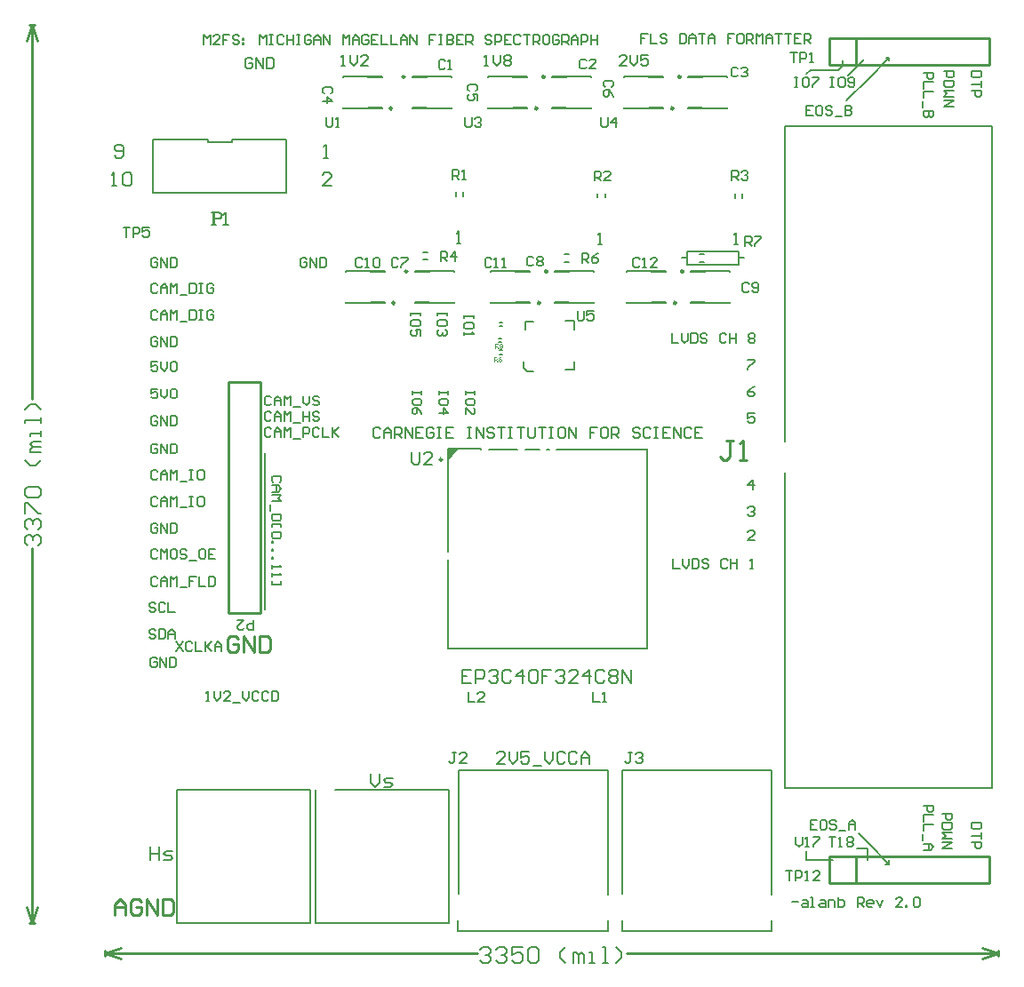
<source format=gto>
%FSLAX25Y25*%
%MOIN*%
G70*
G01*
G75*
G04 Layer_Color=65535*
%ADD10C,0.00455*%
%ADD11C,0.00400*%
%ADD12C,0.02000*%
%ADD13R,0.02500X0.02000*%
%ADD14R,0.02756X0.03543*%
%ADD15R,0.06000X0.05000*%
%ADD16R,0.03740X0.02362*%
%ADD17R,0.02362X0.03740*%
%ADD18R,0.03740X0.02362*%
%ADD19R,0.02362X0.03740*%
%ADD20R,0.15000X0.08500*%
%ADD21R,0.03543X0.02756*%
%ADD22R,0.00800X0.03300*%
%ADD23R,0.03300X0.00800*%
%ADD24O,0.00800X0.03300*%
%ADD25R,0.10400X0.10400*%
%ADD26C,0.00600*%
%ADD27C,0.01200*%
%ADD28C,0.02500*%
%ADD29C,0.01000*%
%ADD30C,0.00800*%
%ADD31C,0.02000*%
%ADD32C,0.03500*%
%ADD33C,0.04000*%
%ADD34C,0.00500*%
%ADD35C,0.00900*%
%ADD36R,0.02362X0.03740*%
%ADD37R,0.02362X0.03740*%
%ADD38C,0.05200*%
%ADD39R,0.05200X0.05200*%
%ADD40R,0.06000X0.06000*%
%ADD41C,0.03600*%
%ADD42C,0.07400*%
%ADD43C,0.14000*%
%ADD44C,0.05906*%
%ADD45R,0.05906X0.05906*%
%ADD46R,0.07874X0.08661*%
%ADD47R,0.09252X0.12205*%
%ADD48R,0.06299X0.06693*%
%ADD49R,0.06299X0.06693*%
%ADD50C,0.20000*%
%ADD51R,0.05000X0.06000*%
%ADD52R,0.05906X0.05906*%
%ADD53C,0.03500*%
%ADD54R,0.03500X0.03500*%
%ADD55C,0.06200*%
%ADD56R,0.06200X0.06200*%
%ADD57C,0.05000*%
%ADD58R,0.05000X0.05000*%
%ADD59C,0.04000*%
G04:AMPARAMS|DCode=60|XSize=20mil|YSize=20mil|CornerRadius=10mil|HoleSize=0mil|Usage=FLASHONLY|Rotation=135.000|XOffset=0mil|YOffset=0mil|HoleType=Round|Shape=RoundedRectangle|*
%AMROUNDEDRECTD60*
21,1,0.02000,0.00000,0,0,135.0*
21,1,0.00000,0.02000,0,0,135.0*
1,1,0.02000,0.00000,0.00000*
1,1,0.02000,0.00000,0.00000*
1,1,0.02000,0.00000,0.00000*
1,1,0.02000,0.00000,0.00000*
%
%ADD60ROUNDEDRECTD60*%
%ADD61O,0.07480X0.02362*%
%ADD62R,0.03900X0.05900*%
%ADD63R,0.12900X0.05900*%
%ADD64C,0.02800*%
%ADD65C,0.05800*%
%ADD66C,0.04200*%
G04:AMPARAMS|DCode=67|XSize=42mil|YSize=42mil|CornerRadius=0mil|HoleSize=0mil|Usage=FLASHONLY|Rotation=0.000|XOffset=0mil|YOffset=0mil|HoleType=Round|Shape=Relief|Width=10mil|Gap=5mil|Entries=4|*
%AMTHD67*
7,0,0,0.04200,0.03200,0.01000,45*
%
%ADD67THD67*%
%ADD68C,0.08200*%
%ADD69C,0.14800*%
%ADD70C,0.05543*%
G04:AMPARAMS|DCode=71|XSize=28mil|YSize=28mil|CornerRadius=0mil|HoleSize=0mil|Usage=FLASHONLY|Rotation=0.000|XOffset=0mil|YOffset=0mil|HoleType=Round|Shape=Relief|Width=10mil|Gap=5mil|Entries=4|*
%AMTHD71*
7,0,0,0.02800,0.01800,0.01000,45*
%
%ADD71THD71*%
G04:AMPARAMS|DCode=72|XSize=40mil|YSize=40mil|CornerRadius=0mil|HoleSize=0mil|Usage=FLASHONLY|Rotation=0.000|XOffset=0mil|YOffset=0mil|HoleType=Round|Shape=Relief|Width=10mil|Gap=5mil|Entries=4|*
%AMTHD72*
7,0,0,0.04000,0.03000,0.01000,45*
%
%ADD72THD72*%
%ADD73C,0.17650*%
%ADD74C,0.05500*%
G04:AMPARAMS|DCode=75|XSize=52mil|YSize=52mil|CornerRadius=0mil|HoleSize=0mil|Usage=FLASHONLY|Rotation=0.000|XOffset=0mil|YOffset=0mil|HoleType=Round|Shape=Relief|Width=10mil|Gap=5mil|Entries=4|*
%AMTHD75*
7,0,0,0.05200,0.04200,0.01000,45*
%
%ADD75THD75*%
%ADD76C,0.04800*%
%ADD77C,0.00350*%
%ADD78R,0.02000X0.02000*%
%ADD79C,0.01969*%
%ADD80C,0.01600*%
%ADD81C,0.00383*%
G04:AMPARAMS|DCode=82|XSize=55mil|YSize=55mil|CornerRadius=0mil|HoleSize=0mil|Usage=FLASHONLY|Rotation=0.000|XOffset=0mil|YOffset=0mil|HoleType=Round|Shape=Relief|Width=10mil|Gap=5mil|Entries=4|*
%AMTHD82*
7,0,0,0.05500,0.04500,0.01000,45*
%
%ADD82THD82*%
G04:AMPARAMS|DCode=83|XSize=48mil|YSize=48mil|CornerRadius=0mil|HoleSize=0mil|Usage=FLASHONLY|Rotation=0.000|XOffset=0mil|YOffset=0mil|HoleType=Round|Shape=Relief|Width=10mil|Gap=5mil|Entries=4|*
%AMTHD83*
7,0,0,0.04800,0.03800,0.01000,45*
%
%ADD83THD83*%
G04:AMPARAMS|DCode=84|XSize=25mil|YSize=20mil|CornerRadius=0mil|HoleSize=0mil|Usage=FLASHONLY|Rotation=135.000|XOffset=0mil|YOffset=0mil|HoleType=Round|Shape=Rectangle|*
%AMROTATEDRECTD84*
4,1,4,0.01591,-0.00177,0.00177,-0.01591,-0.01591,0.00177,-0.00177,0.01591,0.01591,-0.00177,0.0*
%
%ADD84ROTATEDRECTD84*%

%ADD85R,0.02000X0.02500*%
%ADD86R,0.02300X0.02000*%
%ADD87R,0.01800X0.02500*%
%ADD88R,0.03347X0.05118*%
%ADD89R,0.07480X0.02362*%
%ADD90C,0.01500*%
%ADD91R,0.04000X0.04000*%
%ADD92R,0.02000X0.02500*%
%ADD93R,0.02000X0.02200*%
%ADD94C,0.01800*%
%ADD95R,0.02500X0.01900*%
G04:AMPARAMS|DCode=96|XSize=25mil|YSize=20mil|CornerRadius=10mil|HoleSize=0mil|Usage=FLASHONLY|Rotation=135.000|XOffset=0mil|YOffset=0mil|HoleType=Round|Shape=RoundedRectangle|*
%AMROUNDEDRECTD96*
21,1,0.02500,0.00000,0,0,135.0*
21,1,0.00500,0.02000,0,0,135.0*
1,1,0.02000,-0.00177,0.00177*
1,1,0.02000,0.00177,-0.00177*
1,1,0.02000,0.00177,-0.00177*
1,1,0.02000,-0.00177,0.00177*
%
%ADD96ROUNDEDRECTD96*%
%ADD97C,0.00984*%
%ADD98C,0.00787*%
G36*
X248214Y312092D02*
X248230D01*
X248250Y312089D01*
X248273Y312086D01*
X248298Y312083D01*
X248326Y312076D01*
X248355Y312069D01*
X248386Y312061D01*
X248417Y312048D01*
X248448Y312036D01*
X248479Y312020D01*
X248510Y312002D01*
X248540Y311982D01*
X248568Y311957D01*
X248569Y311955D01*
X248574Y311951D01*
X248582Y311943D01*
X248591Y311932D01*
X248602Y311920D01*
X248612Y311904D01*
X248626Y311886D01*
X248640Y311864D01*
X248653Y311842D01*
X248667Y311816D01*
X248678Y311790D01*
X248690Y311760D01*
X248698Y311729D01*
X248706Y311697D01*
X248710Y311662D01*
X248712Y311627D01*
Y311625D01*
Y311621D01*
Y311614D01*
X248710Y311607D01*
Y311596D01*
X248709Y311583D01*
X248704Y311554D01*
X248696Y311520D01*
X248684Y311483D01*
X248667Y311445D01*
X248657Y311427D01*
X248645Y311410D01*
Y311408D01*
X248642Y311405D01*
X248639Y311401D01*
X248633Y311394D01*
X248626Y311386D01*
X248617Y311379D01*
X248608Y311368D01*
X248595Y311359D01*
X248583Y311346D01*
X248568Y311335D01*
X248552Y311323D01*
X248533Y311312D01*
X248515Y311300D01*
X248493Y311289D01*
X248471Y311278D01*
X248447Y311269D01*
X248448D01*
X248454Y311266D01*
X248462Y311263D01*
X248473Y311258D01*
X248487Y311253D01*
X248504Y311245D01*
X248521Y311236D01*
X248540Y311227D01*
X248580Y311202D01*
X248622Y311173D01*
X248662Y311137D01*
X248681Y311117D01*
X248698Y311095D01*
X248699Y311094D01*
X248701Y311090D01*
X248706Y311083D01*
X248712Y311073D01*
X248718Y311063D01*
X248726Y311049D01*
X248733Y311033D01*
X248741Y311015D01*
X248749Y310994D01*
X248757Y310974D01*
X248764Y310949D01*
X248771Y310925D01*
X248781Y310870D01*
X248783Y310842D01*
X248784Y310811D01*
Y310808D01*
Y310801D01*
X248783Y310790D01*
X248781Y310773D01*
X248780Y310754D01*
X248775Y310731D01*
X248771Y310705D01*
X248764Y310677D01*
X248755Y310647D01*
X248744Y310616D01*
X248732Y310585D01*
X248716Y310553D01*
X248698Y310520D01*
X248676Y310488D01*
X248651Y310455D01*
X248622Y310426D01*
X248620Y310424D01*
X248614Y310419D01*
X248605Y310412D01*
X248592Y310401D01*
X248575Y310390D01*
X248557Y310376D01*
X248533Y310362D01*
X248507Y310348D01*
X248478Y310334D01*
X248447Y310320D01*
X248411Y310306D01*
X248374Y310295D01*
X248334Y310284D01*
X248290Y310277D01*
X248244Y310272D01*
X248196Y310271D01*
X248183D01*
X248171Y310272D01*
X248152Y310274D01*
X248129Y310275D01*
X248103Y310278D01*
X248075Y310283D01*
X248042Y310291D01*
X248009Y310298D01*
X247975Y310309D01*
X247940Y310322D01*
X247903Y310337D01*
X247867Y310354D01*
X247833Y310376D01*
X247799Y310399D01*
X247768Y310427D01*
X247766Y310429D01*
X247762Y310435D01*
X247752Y310443D01*
X247743Y310455D01*
X247730Y310471D01*
X247717Y310489D01*
X247703Y310511D01*
X247687Y310534D01*
X247672Y310562D01*
X247658Y310591D01*
X247644Y310622D01*
X247631Y310658D01*
X247622Y310694D01*
X247614Y310733D01*
X247608Y310773D01*
X247607Y310816D01*
Y310818D01*
Y310824D01*
Y310833D01*
X247608Y310846D01*
X247610Y310861D01*
X247611Y310878D01*
X247614Y310897D01*
X247617Y310918D01*
X247628Y310965D01*
X247636Y310990D01*
X247644Y311013D01*
X247655Y311038D01*
X247666Y311063D01*
X247679Y311086D01*
X247695Y311109D01*
X247696Y311111D01*
X247699Y311114D01*
X247704Y311120D01*
X247712Y311128D01*
X247720Y311137D01*
X247732Y311149D01*
X247744Y311160D01*
X247760Y311173D01*
X247777Y311187D01*
X247796Y311201D01*
X247816Y311213D01*
X247839Y311227D01*
X247864Y311238D01*
X247890Y311250D01*
X247918Y311260D01*
X247948Y311269D01*
X247946D01*
X247941Y311272D01*
X247935Y311273D01*
X247924Y311278D01*
X247914Y311283D01*
X247901Y311289D01*
X247870Y311306D01*
X247837Y311326D01*
X247803Y311349D01*
X247771Y311379D01*
X247757Y311394D01*
X247743Y311411D01*
Y311413D01*
X247740Y311416D01*
X247737Y311421D01*
X247732Y311428D01*
X247727Y311436D01*
X247723Y311447D01*
X247717Y311459D01*
X247710Y311473D01*
X247698Y311506D01*
X247689Y311545D01*
X247681Y311586D01*
X247678Y311633D01*
Y311634D01*
Y311642D01*
X247679Y311652D01*
Y311666D01*
X247682Y311683D01*
X247686Y311701D01*
X247690Y311723D01*
X247695Y311746D01*
X247703Y311771D01*
X247712Y311797D01*
X247723Y311825D01*
X247737Y311853D01*
X247752Y311881D01*
X247771Y311907D01*
X247793Y311934D01*
X247817Y311960D01*
X247819Y311962D01*
X247824Y311966D01*
X247831Y311972D01*
X247844Y311980D01*
X247858Y311991D01*
X247875Y312002D01*
X247895Y312014D01*
X247917Y312027D01*
X247943Y312039D01*
X247971Y312052D01*
X248002Y312062D01*
X248034Y312073D01*
X248070Y312081D01*
X248109Y312087D01*
X248149Y312092D01*
X248191Y312093D01*
X248202D01*
X248214Y312092D01*
D02*
G37*
G36*
X246751Y312086D02*
X246774Y312084D01*
X246799Y312083D01*
X246827Y312081D01*
X246886Y312075D01*
X246946Y312067D01*
X246976Y312061D01*
X247004Y312055D01*
X247030Y312047D01*
X247055Y312038D01*
X247056D01*
X247061Y312036D01*
X247067Y312033D01*
X247075Y312028D01*
X247086Y312022D01*
X247098Y312016D01*
X247126Y311999D01*
X247157Y311976D01*
X247174Y311962D01*
X247191Y311946D01*
X247207Y311929D01*
X247224Y311909D01*
X247239Y311889D01*
X247253Y311867D01*
X247255Y311865D01*
X247256Y311861D01*
X247259Y311855D01*
X247266Y311845D01*
X247270Y311835D01*
X247276Y311821D01*
X247284Y311805D01*
X247290Y311788D01*
X247298Y311769D01*
X247304Y311749D01*
X247317Y311703D01*
X247324Y311653D01*
X247326Y311627D01*
X247328Y311599D01*
Y311597D01*
Y311591D01*
Y311580D01*
X247326Y311568D01*
X247324Y311551D01*
X247321Y311532D01*
X247317Y311511D01*
X247312Y311487D01*
X247306Y311464D01*
X247298Y311438D01*
X247287Y311411D01*
X247275Y311383D01*
X247261Y311357D01*
X247244Y311329D01*
X247225Y311303D01*
X247203Y311278D01*
X247202Y311277D01*
X247197Y311272D01*
X247191Y311266D01*
X247180Y311258D01*
X247168Y311247D01*
X247151Y311235D01*
X247132Y311222D01*
X247111Y311208D01*
X247086Y311194D01*
X247058Y311180D01*
X247025Y311166D01*
X246991Y311154D01*
X246954Y311142D01*
X246914Y311131D01*
X246870Y311122D01*
X246824Y311114D01*
X246825D01*
X246829Y311112D01*
X246833Y311109D01*
X246839Y311106D01*
X246856Y311097D01*
X246877Y311086D01*
X246900Y311072D01*
X246924Y311056D01*
X246946Y311041D01*
X246966Y311024D01*
X246968Y311022D01*
X246971Y311019D01*
X246977Y311015D01*
X246983Y311007D01*
X246993Y310998D01*
X247004Y310987D01*
X247016Y310974D01*
X247030Y310959D01*
X247044Y310942D01*
X247059Y310925D01*
X247092Y310884D01*
X247128Y310838D01*
X247162Y310787D01*
X247472Y310300D01*
X247176D01*
X246940Y310672D01*
X246938Y310673D01*
X246935Y310680D01*
X246931Y310687D01*
X246923Y310698D01*
X246914Y310712D01*
X246904Y310728D01*
X246892Y310745D01*
X246880Y310762D01*
X246853Y310802D01*
X246824Y310842D01*
X246796Y310881D01*
X246782Y310900D01*
X246769Y310917D01*
Y310918D01*
X246766Y310920D01*
X246763Y310925D01*
X246759Y310931D01*
X246746Y310946D01*
X246729Y310965D01*
X246711Y310984D01*
X246691Y311004D01*
X246669Y311022D01*
X246649Y311036D01*
X246647Y311038D01*
X246639Y311042D01*
X246628Y311047D01*
X246616Y311055D01*
X246599Y311063D01*
X246582Y311070D01*
X246562Y311078D01*
X246542Y311084D01*
X246540D01*
X246534Y311086D01*
X246525Y311087D01*
X246511Y311089D01*
X246492Y311090D01*
X246469Y311092D01*
X246443Y311094D01*
X246137D01*
Y310300D01*
X245900D01*
Y312087D01*
X246731D01*
X246751Y312086D01*
D02*
G37*
G36*
X247151Y317086D02*
X247174Y317084D01*
X247199Y317083D01*
X247227Y317081D01*
X247286Y317075D01*
X247346Y317067D01*
X247376Y317061D01*
X247404Y317055D01*
X247430Y317047D01*
X247455Y317038D01*
X247456D01*
X247461Y317036D01*
X247467Y317033D01*
X247475Y317028D01*
X247486Y317022D01*
X247498Y317016D01*
X247526Y316999D01*
X247557Y316976D01*
X247574Y316962D01*
X247591Y316946D01*
X247607Y316929D01*
X247624Y316909D01*
X247639Y316889D01*
X247653Y316867D01*
X247655Y316865D01*
X247656Y316861D01*
X247659Y316855D01*
X247666Y316845D01*
X247670Y316834D01*
X247676Y316821D01*
X247684Y316805D01*
X247690Y316788D01*
X247698Y316769D01*
X247704Y316749D01*
X247717Y316703D01*
X247724Y316653D01*
X247726Y316627D01*
X247728Y316599D01*
Y316597D01*
Y316591D01*
Y316580D01*
X247726Y316568D01*
X247724Y316551D01*
X247721Y316532D01*
X247717Y316511D01*
X247712Y316487D01*
X247706Y316464D01*
X247698Y316438D01*
X247687Y316411D01*
X247675Y316383D01*
X247661Y316357D01*
X247644Y316329D01*
X247625Y316303D01*
X247604Y316278D01*
X247602Y316277D01*
X247597Y316272D01*
X247591Y316266D01*
X247580Y316258D01*
X247568Y316247D01*
X247551Y316235D01*
X247532Y316222D01*
X247511Y316208D01*
X247486Y316194D01*
X247458Y316180D01*
X247425Y316166D01*
X247391Y316154D01*
X247354Y316142D01*
X247314Y316131D01*
X247270Y316122D01*
X247224Y316114D01*
X247225D01*
X247229Y316112D01*
X247233Y316109D01*
X247239Y316106D01*
X247256Y316097D01*
X247276Y316086D01*
X247300Y316072D01*
X247324Y316056D01*
X247346Y316041D01*
X247366Y316024D01*
X247368Y316022D01*
X247371Y316019D01*
X247377Y316015D01*
X247383Y316007D01*
X247393Y315998D01*
X247404Y315987D01*
X247416Y315974D01*
X247430Y315959D01*
X247444Y315942D01*
X247459Y315925D01*
X247492Y315884D01*
X247528Y315838D01*
X247562Y315787D01*
X247872Y315300D01*
X247576D01*
X247340Y315672D01*
X247339Y315673D01*
X247335Y315680D01*
X247331Y315687D01*
X247323Y315698D01*
X247314Y315712D01*
X247304Y315728D01*
X247292Y315745D01*
X247280Y315762D01*
X247253Y315802D01*
X247224Y315843D01*
X247196Y315881D01*
X247182Y315900D01*
X247169Y315917D01*
Y315918D01*
X247166Y315920D01*
X247163Y315925D01*
X247159Y315931D01*
X247146Y315946D01*
X247129Y315965D01*
X247111Y315984D01*
X247091Y316004D01*
X247069Y316022D01*
X247049Y316036D01*
X247047Y316038D01*
X247039Y316042D01*
X247028Y316047D01*
X247016Y316055D01*
X246999Y316063D01*
X246982Y316070D01*
X246962Y316078D01*
X246942Y316084D01*
X246940D01*
X246934Y316086D01*
X246925Y316087D01*
X246911Y316089D01*
X246892Y316090D01*
X246869Y316092D01*
X246843Y316094D01*
X246537D01*
Y315300D01*
X246300D01*
Y317087D01*
X247131D01*
X247151Y317086D01*
D02*
G37*
G36*
X248600Y317092D02*
X248616Y317090D01*
X248633Y317089D01*
X248653Y317086D01*
X248676Y317081D01*
X248699Y317076D01*
X248724Y317070D01*
X248751Y317062D01*
X248779Y317053D01*
X248806Y317042D01*
X248834Y317030D01*
X248861Y317016D01*
X248888Y316999D01*
X248890Y316997D01*
X248895Y316994D01*
X248902Y316989D01*
X248912Y316982D01*
X248924Y316972D01*
X248938Y316960D01*
X248954Y316946D01*
X248971Y316931D01*
X248988Y316914D01*
X249006Y316893D01*
X249025Y316872D01*
X249043Y316847D01*
X249061Y316821D01*
X249078Y316794D01*
X249095Y316763D01*
X249109Y316732D01*
X249110Y316731D01*
X249112Y316724D01*
X249116Y316714D01*
X249121Y316700D01*
X249126Y316683D01*
X249133Y316659D01*
X249140Y316634D01*
X249147Y316605D01*
X249153Y316571D01*
X249161Y316534D01*
X249167Y316492D01*
X249172Y316447D01*
X249178Y316399D01*
X249181Y316346D01*
X249183Y316290D01*
X249184Y316230D01*
Y316229D01*
Y316227D01*
Y316221D01*
Y316214D01*
Y316207D01*
Y316197D01*
X249183Y316173D01*
Y316145D01*
X249181Y316111D01*
X249178Y316073D01*
X249175Y316033D01*
X249171Y315991D01*
X249166Y315946D01*
X249153Y315855D01*
X249144Y315810D01*
X249135Y315767D01*
X249123Y315725D01*
X249110Y315684D01*
X249109Y315683D01*
X249107Y315675D01*
X249102Y315664D01*
X249096Y315652D01*
X249089Y315635D01*
X249079Y315615D01*
X249068Y315593D01*
X249054Y315570D01*
X249040Y315545D01*
X249023Y315520D01*
X249005Y315494D01*
X248985Y315469D01*
X248964Y315444D01*
X248940Y315419D01*
X248915Y315396D01*
X248888Y315376D01*
X248887Y315374D01*
X248882Y315371D01*
X248873Y315367D01*
X248862Y315359D01*
X248848Y315351D01*
X248831Y315343D01*
X248813Y315333D01*
X248791Y315323D01*
X248766Y315314D01*
X248740Y315305D01*
X248712Y315295D01*
X248681Y315288D01*
X248650Y315280D01*
X248616Y315275D01*
X248580Y315272D01*
X248544Y315271D01*
X248535D01*
X248524Y315272D01*
X248509D01*
X248492Y315274D01*
X248470Y315277D01*
X248448Y315280D01*
X248422Y315284D01*
X248396Y315291D01*
X248368Y315299D01*
X248340Y315308D01*
X248310Y315320D01*
X248281Y315333D01*
X248253Y315348D01*
X248227Y315367D01*
X248200Y315387D01*
X248199Y315388D01*
X248194Y315393D01*
X248188Y315399D01*
X248179Y315408D01*
X248169Y315421D01*
X248157Y315435D01*
X248145Y315452D01*
X248130Y315472D01*
X248118Y315494D01*
X248104Y315519D01*
X248090Y315545D01*
X248078Y315574D01*
X248067Y315605D01*
X248056Y315639D01*
X248048Y315675D01*
X248042Y315714D01*
X248253Y315734D01*
Y315733D01*
X248255Y315728D01*
X248256Y315720D01*
X248258Y315709D01*
X248261Y315697D01*
X248265Y315683D01*
X248276Y315650D01*
X248289Y315615D01*
X248307Y315579D01*
X248327Y315545D01*
X248340Y315531D01*
X248354Y315517D01*
X248355D01*
X248357Y315514D01*
X248361Y315511D01*
X248368Y315506D01*
X248376Y315501D01*
X248385Y315495D01*
X248406Y315484D01*
X248434Y315472D01*
X248467Y315461D01*
X248506Y315454D01*
X248526Y315452D01*
X248548Y315450D01*
X248565D01*
X248574Y315452D01*
X248583Y315454D01*
X248608Y315457D01*
X248636Y315461D01*
X248665Y315469D01*
X248696Y315480D01*
X248726Y315495D01*
X248727D01*
X248729Y315497D01*
X248738Y315505D01*
X248752Y315514D01*
X248769Y315528D01*
X248789Y315546D01*
X248810Y315567D01*
X248831Y315591D01*
X248850Y315619D01*
Y315621D01*
X248851Y315622D01*
X248854Y315627D01*
X248857Y315633D01*
X248862Y315641D01*
X248867Y315650D01*
X248873Y315661D01*
X248879Y315675D01*
X248892Y315705D01*
X248905Y315740D01*
X248920Y315782D01*
X248932Y315828D01*
Y315830D01*
X248933Y315835D01*
X248935Y315841D01*
X248937Y315852D01*
X248940Y315863D01*
X248943Y315878D01*
X248946Y315894D01*
X248949Y315912D01*
X248951Y315931D01*
X248954Y315953D01*
X248960Y315998D01*
X248963Y316046D01*
X248964Y316097D01*
Y316100D01*
Y316108D01*
Y316122D01*
Y316139D01*
X248961Y316135D01*
X248958Y316131D01*
X248952Y316123D01*
X248946Y316114D01*
X248938Y316104D01*
X248916Y316080D01*
X248892Y316053D01*
X248861Y316025D01*
X248823Y315998D01*
X248783Y315971D01*
X248782D01*
X248779Y315968D01*
X248772Y315965D01*
X248763Y315960D01*
X248754Y315956D01*
X248740Y315951D01*
X248726Y315945D01*
X248710Y315939D01*
X248673Y315926D01*
X248633Y315917D01*
X248586Y315909D01*
X248538Y315906D01*
X248529D01*
X248517Y315908D01*
X248501Y315909D01*
X248482Y315911D01*
X248461Y315914D01*
X248436Y315920D01*
X248408Y315926D01*
X248380Y315934D01*
X248349Y315945D01*
X248318Y315959D01*
X248287Y315973D01*
X248255Y315991D01*
X248223Y316013D01*
X248193Y316038D01*
X248163Y316066D01*
X248162Y316067D01*
X248157Y316073D01*
X248149Y316083D01*
X248140Y316095D01*
X248127Y316111D01*
X248115Y316131D01*
X248101Y316154D01*
X248087Y316179D01*
X248072Y316208D01*
X248058Y316241D01*
X248045Y316275D01*
X248035Y316314D01*
X248024Y316354D01*
X248016Y316396D01*
X248011Y316442D01*
X248010Y316490D01*
Y316492D01*
Y316494D01*
Y316503D01*
X248011Y316517D01*
X248013Y316535D01*
X248014Y316559D01*
X248017Y316585D01*
X248024Y316614D01*
X248030Y316647D01*
X248038Y316681D01*
X248048Y316717D01*
X248062Y316752D01*
X248076Y316790D01*
X248095Y316825D01*
X248117Y316861D01*
X248141Y316895D01*
X248169Y316928D01*
X248171Y316929D01*
X248177Y316935D01*
X248186Y316943D01*
X248199Y316954D01*
X248214Y316966D01*
X248233Y316980D01*
X248255Y316996D01*
X248279Y317011D01*
X248307Y317027D01*
X248338Y317041D01*
X248371Y317055D01*
X248406Y317067D01*
X248444Y317078D01*
X248484Y317086D01*
X248526Y317092D01*
X248571Y317093D01*
X248588D01*
X248600Y317092D01*
D02*
G37*
G36*
X228398Y273796D02*
Y277733D01*
X232335D01*
X228398Y273796D01*
D02*
G37*
%LPC*%
G36*
X248599Y316912D02*
X248585D01*
X248574Y316910D01*
X248562Y316909D01*
X248546Y316906D01*
X248531Y316903D01*
X248512Y316897D01*
X248492Y316890D01*
X248471Y316882D01*
X248450Y316873D01*
X248428Y316862D01*
X248406Y316848D01*
X248385Y316831D01*
X248363Y316814D01*
X248343Y316793D01*
X248341Y316791D01*
X248338Y316787D01*
X248334Y316780D01*
X248326Y316771D01*
X248318Y316759D01*
X248309Y316745D01*
X248300Y316728D01*
X248290Y316709D01*
X248279Y316687D01*
X248270Y316664D01*
X248261Y316639D01*
X248253Y316611D01*
X248245Y316582D01*
X248241Y316551D01*
X248237Y316518D01*
X248236Y316483D01*
Y316481D01*
Y316475D01*
Y316466D01*
X248237Y316455D01*
X248239Y316439D01*
X248242Y316424D01*
X248245Y316405D01*
X248248Y316383D01*
X248261Y316340D01*
X248269Y316317D01*
X248279Y316294D01*
X248290Y316270D01*
X248304Y316249D01*
X248320Y316225D01*
X248338Y316205D01*
X248340Y316204D01*
X248343Y316201D01*
X248349Y316196D01*
X248357Y316188D01*
X248366Y316180D01*
X248378Y316173D01*
X248393Y316162D01*
X248408Y316153D01*
X248427Y316143D01*
X248445Y316134D01*
X248467Y316125D01*
X248489Y316117D01*
X248513Y316109D01*
X248538Y316104D01*
X248565Y316101D01*
X248592Y316100D01*
X248606D01*
X248617Y316101D01*
X248631Y316103D01*
X248645Y316106D01*
X248662Y316109D01*
X248681Y316114D01*
X248720Y316126D01*
X248741Y316134D01*
X248761Y316145D01*
X248783Y316157D01*
X248803Y316171D01*
X248823Y316187D01*
X248842Y316205D01*
X248844Y316207D01*
X248847Y316210D01*
X248851Y316216D01*
X248857Y316225D01*
X248865Y316236D01*
X248873Y316249D01*
X248882Y316264D01*
X248892Y316283D01*
X248901Y316303D01*
X248910Y316324D01*
X248918Y316349D01*
X248926Y316376D01*
X248932Y316404D01*
X248937Y316435D01*
X248940Y316467D01*
X248941Y316501D01*
Y316503D01*
Y316509D01*
Y316520D01*
X248940Y316532D01*
X248938Y316548D01*
X248937Y316566D01*
X248933Y316588D01*
X248929Y316610D01*
X248916Y316658D01*
X248909Y316683D01*
X248899Y316707D01*
X248887Y316732D01*
X248873Y316756D01*
X248857Y316779D01*
X248840Y316800D01*
X248839Y316802D01*
X248836Y316805D01*
X248830Y316811D01*
X248822Y316817D01*
X248813Y316827D01*
X248802Y316836D01*
X248788Y316845D01*
X248772Y316856D01*
X248755Y316867D01*
X248737Y316876D01*
X248696Y316895D01*
X248673Y316901D01*
X248650Y316907D01*
X248625Y316910D01*
X248599Y316912D01*
D02*
G37*
G36*
X248194Y311913D02*
X248182D01*
X248174Y311912D01*
X248163Y311910D01*
X248151Y311909D01*
X248121Y311904D01*
X248089Y311893D01*
X248053Y311879D01*
X248036Y311870D01*
X248019Y311859D01*
X248002Y311847D01*
X247986Y311833D01*
X247985Y311831D01*
X247983Y311830D01*
X247978Y311825D01*
X247974Y311819D01*
X247968Y311811D01*
X247960Y311802D01*
X247946Y311779D01*
X247931Y311751D01*
X247917Y311718D01*
X247907Y311681D01*
X247906Y311661D01*
X247904Y311641D01*
Y311639D01*
Y311634D01*
Y311628D01*
X247906Y311619D01*
X247907Y311608D01*
X247909Y311596D01*
X247915Y311568D01*
X247924Y311534D01*
X247938Y311500D01*
X247948Y311483D01*
X247958Y311466D01*
X247971Y311449D01*
X247985Y311433D01*
X247986Y311432D01*
X247988Y311430D01*
X247992Y311425D01*
X247999Y311421D01*
X248008Y311414D01*
X248017Y311408D01*
X248028Y311401D01*
X248042Y311394D01*
X248072Y311379D01*
X248109Y311366D01*
X248151Y311357D01*
X248172Y311355D01*
X248197Y311354D01*
X248210D01*
X248219Y311355D01*
X248230Y311357D01*
X248242Y311359D01*
X248271Y311363D01*
X248304Y311373D01*
X248338Y311388D01*
X248355Y311396D01*
X248372Y311407D01*
X248389Y311419D01*
X248405Y311433D01*
X248406Y311435D01*
X248408Y311436D01*
X248413Y311441D01*
X248417Y311447D01*
X248423Y311455D01*
X248430Y311464D01*
X248445Y311487D01*
X248461Y311515D01*
X248473Y311549D01*
X248482Y311586D01*
X248484Y311607D01*
X248485Y311628D01*
Y311630D01*
Y311633D01*
Y311641D01*
X248484Y311649D01*
X248482Y311659D01*
X248481Y311672D01*
X248475Y311700D01*
X248465Y311731D01*
X248450Y311765D01*
X248441Y311782D01*
X248430Y311799D01*
X248417Y311816D01*
X248402Y311831D01*
X248400Y311833D01*
X248399Y311835D01*
X248394Y311839D01*
X248386Y311844D01*
X248378Y311850D01*
X248369Y311858D01*
X248358Y311865D01*
X248344Y311873D01*
X248315Y311887D01*
X248279Y311901D01*
X248239Y311910D01*
X248217Y311912D01*
X248194Y311913D01*
D02*
G37*
G36*
X248189Y311174D02*
X248174D01*
X248163Y311173D01*
X248151Y311171D01*
X248135Y311168D01*
X248118Y311165D01*
X248099Y311162D01*
X248059Y311149D01*
X248037Y311140D01*
X248016Y311131D01*
X247994Y311118D01*
X247974Y311104D01*
X247954Y311089D01*
X247934Y311070D01*
X247932Y311069D01*
X247929Y311066D01*
X247924Y311059D01*
X247918Y311052D01*
X247910Y311042D01*
X247901Y311030D01*
X247893Y311016D01*
X247884Y311001D01*
X247873Y310982D01*
X247865Y310963D01*
X247856Y310942D01*
X247848Y310920D01*
X247842Y310895D01*
X247837Y310870D01*
X247834Y310842D01*
X247833Y310815D01*
Y310813D01*
Y310810D01*
Y310805D01*
Y310799D01*
X247834Y310790D01*
X247836Y310781D01*
X247839Y310757D01*
X247844Y310729D01*
X247851Y310698D01*
X247862Y310666D01*
X247876Y310633D01*
Y310632D01*
X247878Y310630D01*
X247881Y310626D01*
X247884Y310619D01*
X247895Y310604D01*
X247909Y310584D01*
X247927Y310562D01*
X247951Y310540D01*
X247977Y310519D01*
X248008Y310498D01*
X248009D01*
X248013Y310497D01*
X248017Y310494D01*
X248024Y310491D01*
X248031Y310488D01*
X248041Y310483D01*
X248065Y310475D01*
X248093Y310466D01*
X248126Y310458D01*
X248160Y310452D01*
X248197Y310450D01*
X248213D01*
X248223Y310452D01*
X248236Y310454D01*
X248251Y310455D01*
X248270Y310458D01*
X248288Y310463D01*
X248329Y310475D01*
X248351Y310483D01*
X248372Y310492D01*
X248394Y310505D01*
X248416Y310519D01*
X248436Y310534D01*
X248456Y310551D01*
X248458Y310553D01*
X248461Y310556D01*
X248465Y310562D01*
X248471Y310570D01*
X248479Y310579D01*
X248488Y310591D01*
X248498Y310605D01*
X248507Y310621D01*
X248516Y310639D01*
X248526Y310658D01*
X248535Y310680D01*
X248543Y310701D01*
X248549Y310726D01*
X248554Y310753D01*
X248557Y310781D01*
X248558Y310808D01*
Y310810D01*
Y310816D01*
Y310824D01*
X248557Y310835D01*
X248555Y310849D01*
X248552Y310864D01*
X248549Y310881D01*
X248546Y310900D01*
X248532Y310942D01*
X248524Y310963D01*
X248513Y310985D01*
X248502Y311008D01*
X248487Y311030D01*
X248471Y311050D01*
X248453Y311070D01*
X248451Y311072D01*
X248448Y311075D01*
X248442Y311080D01*
X248434Y311087D01*
X248423Y311095D01*
X248411Y311103D01*
X248397Y311112D01*
X248380Y311123D01*
X248363Y311132D01*
X248343Y311142D01*
X248321Y311149D01*
X248298Y311159D01*
X248273Y311165D01*
X248247Y311170D01*
X248219Y311173D01*
X248189Y311174D01*
D02*
G37*
G36*
X246701Y311890D02*
X246137D01*
Y311298D01*
X246670D01*
X246684Y311300D01*
X246700D01*
X246717Y311301D01*
X246735Y311303D01*
X246777Y311306D01*
X246819Y311312D01*
X246860Y311320D01*
X246878Y311325D01*
X246897Y311331D01*
X246898D01*
X246901Y311332D01*
X246906Y311334D01*
X246912Y311337D01*
X246928Y311345D01*
X246948Y311357D01*
X246971Y311373D01*
X246994Y311390D01*
X247016Y311413D01*
X247036Y311438D01*
Y311439D01*
X247038Y311441D01*
X247041Y311445D01*
X247044Y311450D01*
X247052Y311466D01*
X247061Y311486D01*
X247069Y311511D01*
X247077Y311537D01*
X247083Y311566D01*
X247084Y311599D01*
Y311600D01*
Y311605D01*
Y311611D01*
X247083Y311621D01*
X247081Y311631D01*
X247080Y311644D01*
X247073Y311673D01*
X247061Y311706D01*
X247055Y311723D01*
X247045Y311741D01*
X247035Y311759D01*
X247022Y311776D01*
X247008Y311793D01*
X246991Y311808D01*
X246990Y311810D01*
X246987Y311811D01*
X246982Y311816D01*
X246974Y311821D01*
X246963Y311827D01*
X246952Y311835D01*
X246937Y311842D01*
X246921Y311850D01*
X246901Y311856D01*
X246880Y311864D01*
X246856Y311872D01*
X246830Y311878D01*
X246802Y311882D01*
X246771Y311887D01*
X246737Y311889D01*
X246701Y311890D01*
D02*
G37*
G36*
X247101Y316890D02*
X246537D01*
Y316298D01*
X247070D01*
X247084Y316300D01*
X247100D01*
X247117Y316301D01*
X247135Y316303D01*
X247177Y316306D01*
X247219Y316312D01*
X247259Y316320D01*
X247278Y316324D01*
X247297Y316331D01*
X247298D01*
X247301Y316332D01*
X247306Y316334D01*
X247312Y316337D01*
X247328Y316345D01*
X247348Y316357D01*
X247371Y316373D01*
X247394Y316390D01*
X247416Y316413D01*
X247436Y316438D01*
Y316439D01*
X247438Y316441D01*
X247441Y316445D01*
X247444Y316450D01*
X247452Y316466D01*
X247461Y316486D01*
X247469Y316511D01*
X247477Y316537D01*
X247483Y316566D01*
X247484Y316599D01*
Y316600D01*
Y316605D01*
Y316611D01*
X247483Y316621D01*
X247481Y316631D01*
X247480Y316644D01*
X247473Y316673D01*
X247461Y316706D01*
X247455Y316723D01*
X247445Y316741D01*
X247435Y316759D01*
X247422Y316776D01*
X247408Y316793D01*
X247391Y316808D01*
X247390Y316810D01*
X247387Y316811D01*
X247382Y316816D01*
X247374Y316821D01*
X247363Y316827D01*
X247352Y316834D01*
X247337Y316842D01*
X247322Y316850D01*
X247301Y316856D01*
X247280Y316864D01*
X247256Y316872D01*
X247230Y316878D01*
X247202Y316882D01*
X247171Y316887D01*
X247137Y316889D01*
X247101Y316890D01*
D02*
G37*
%LPD*%
D26*
X247800Y314800D02*
X248800D01*
X247800Y313200D02*
X248800D01*
X247700Y319300D02*
X248700D01*
X247700Y317800D02*
X248700D01*
X386000Y123500D02*
Y127500D01*
X385500Y128000D02*
X386000Y127500D01*
X382000Y128000D02*
X385500D01*
X363000Y123500D02*
Y127000D01*
Y123500D02*
X373000D01*
X382500Y133500D02*
X386500Y129500D01*
X378500Y418000D02*
X384500Y424000D01*
X364500Y420000D02*
X371500D01*
X375000D02*
X376500Y421500D01*
Y423500D01*
X375000Y420000D02*
X376500Y421500D01*
Y423500D01*
X375000Y420000D02*
X376500Y421500D01*
X371500Y420000D02*
X375000D01*
X363000Y418500D02*
X364500Y420000D01*
X378000Y408500D02*
X386500Y417000D01*
X394000Y423500D02*
Y424500D01*
X393000D02*
X394000D01*
X386500Y417000D02*
X394000Y424500D01*
Y122000D02*
Y123500D01*
X392500Y122000D02*
X394000D01*
X386500Y129500D02*
X394000Y122000D01*
X272500Y307450D02*
X275750D01*
Y310400D01*
X258125Y307000D02*
X260700D01*
X256800Y308325D02*
X258125Y307000D01*
X256800Y308325D02*
Y310525D01*
X275750Y322500D02*
Y325750D01*
X272400D02*
X275750D01*
X257450Y322500D02*
Y325700D01*
X260700D01*
X248000Y323800D02*
X249000D01*
X248000Y325300D02*
X249000D01*
X235000Y402099D02*
Y399100D01*
X235600Y398500D01*
X236799D01*
X237399Y399100D01*
Y402099D01*
X238599Y401499D02*
X239199Y402099D01*
X240398D01*
X240998Y401499D01*
Y400899D01*
X240398Y400299D01*
X239798D01*
X240398D01*
X240998Y399700D01*
Y399100D01*
X240398Y398500D01*
X239199D01*
X238599Y399100D01*
X228699Y299500D02*
Y298334D01*
Y298917D01*
X225200D01*
Y299500D01*
Y298334D01*
X228699Y294835D02*
Y296001D01*
X228116Y296584D01*
X225783D01*
X225200Y296001D01*
Y294835D01*
X225783Y294252D01*
X228116D01*
X228699Y294835D01*
X225200Y291336D02*
X228699D01*
X226949Y293085D01*
Y290753D01*
X238699Y299500D02*
Y298334D01*
Y298917D01*
X235200D01*
Y299500D01*
Y298334D01*
X238699Y294835D02*
Y296001D01*
X238116Y296584D01*
X235783D01*
X235200Y296001D01*
Y294835D01*
X235783Y294252D01*
X238116D01*
X238699Y294835D01*
X235200Y290753D02*
Y293085D01*
X237533Y290753D01*
X238116D01*
X238699Y291336D01*
Y292502D01*
X238116Y293085D01*
X218699Y299500D02*
Y298334D01*
Y298917D01*
X215200D01*
Y299500D01*
Y298334D01*
X218699Y294835D02*
Y296001D01*
X218116Y296584D01*
X215783D01*
X215200Y296001D01*
Y294835D01*
X215783Y294252D01*
X218116D01*
X218699Y294835D01*
Y290753D02*
X218116Y291919D01*
X216949Y293085D01*
X215783D01*
X215200Y292502D01*
Y291336D01*
X215783Y290753D01*
X216366D01*
X216949Y291336D01*
Y293085D01*
X238199Y328000D02*
Y326834D01*
Y327417D01*
X234700D01*
Y328000D01*
Y326834D01*
X238199Y323335D02*
Y324501D01*
X237616Y325084D01*
X235283D01*
X234700Y324501D01*
Y323335D01*
X235283Y322752D01*
X237616D01*
X238199Y323335D01*
X234700Y321585D02*
Y320419D01*
Y321002D01*
X238199D01*
X237616Y321585D01*
X228199Y329000D02*
Y327834D01*
Y328417D01*
X224700D01*
Y329000D01*
Y327834D01*
X228199Y324335D02*
Y325501D01*
X227616Y326084D01*
X225283D01*
X224700Y325501D01*
Y324335D01*
X225283Y323752D01*
X227616D01*
X228199Y324335D01*
X227616Y322585D02*
X228199Y322002D01*
Y320836D01*
X227616Y320253D01*
X227033D01*
X226449Y320836D01*
Y321419D01*
Y320836D01*
X225866Y320253D01*
X225283D01*
X224700Y320836D01*
Y322002D01*
X225283Y322585D01*
X182900Y402099D02*
Y399100D01*
X183500Y398500D01*
X184699D01*
X185299Y399100D01*
Y402099D01*
X186499Y398500D02*
X187698D01*
X187099D01*
Y402099D01*
X186499Y401499D01*
X184499Y411101D02*
X185099Y411701D01*
Y412900D01*
X184499Y413500D01*
X182100D01*
X181500Y412900D01*
Y411701D01*
X182100Y411101D01*
X181500Y408102D02*
X185099D01*
X183299Y409901D01*
Y407502D01*
X227499Y423299D02*
X226899Y423899D01*
X225700D01*
X225100Y423299D01*
Y420900D01*
X225700Y420300D01*
X226899D01*
X227499Y420900D01*
X228699Y420300D02*
X229899D01*
X229299D01*
Y423899D01*
X228699Y423299D01*
X260599Y349399D02*
X259999Y349999D01*
X258800D01*
X258200Y349399D01*
Y347000D01*
X258800Y346400D01*
X259999D01*
X260599Y347000D01*
X261799Y349399D02*
X262399Y349999D01*
X263598D01*
X264198Y349399D01*
Y348799D01*
X263598Y348199D01*
X264198Y347600D01*
Y347000D01*
X263598Y346400D01*
X262399D01*
X261799Y347000D01*
Y347600D01*
X262399Y348199D01*
X261799Y348799D01*
Y349399D01*
X262399Y348199D02*
X263598D01*
X244799Y348999D02*
X244199Y349599D01*
X243000D01*
X242400Y348999D01*
Y346600D01*
X243000Y346000D01*
X244199D01*
X244799Y346600D01*
X245999Y346000D02*
X247199D01*
X246599D01*
Y349599D01*
X245999Y348999D01*
X248998Y346000D02*
X250198D01*
X249598D01*
Y349599D01*
X248998Y348999D01*
X236100Y186499D02*
Y182900D01*
X238499D01*
X242098D02*
X239699D01*
X242098Y185299D01*
Y185899D01*
X241498Y186499D01*
X240299D01*
X239699Y185899D01*
X283000Y186599D02*
Y183000D01*
X285399D01*
X286599D02*
X287799D01*
X287199D01*
Y186599D01*
X286599Y185999D01*
X357000Y426599D02*
X359399D01*
X358200D01*
Y423000D01*
X360599D02*
Y426599D01*
X362398D01*
X362998Y425999D01*
Y424799D01*
X362398Y424200D01*
X360599D01*
X364198Y423000D02*
X365397D01*
X364797D01*
Y426599D01*
X364198Y425999D01*
X355300Y119399D02*
X357699D01*
X356500D01*
Y115800D01*
X358899D02*
Y119399D01*
X360698D01*
X361298Y118799D01*
Y117599D01*
X360698Y117000D01*
X358899D01*
X362498Y115800D02*
X363697D01*
X363098D01*
Y119399D01*
X362498Y118799D01*
X367896Y115800D02*
X365497D01*
X367896Y118199D01*
Y118799D01*
X367296Y119399D01*
X366096D01*
X365497Y118799D01*
X341399Y339499D02*
X340799Y340099D01*
X339600D01*
X339000Y339499D01*
Y337100D01*
X339600Y336500D01*
X340799D01*
X341399Y337100D01*
X342599D02*
X343199Y336500D01*
X344398D01*
X344998Y337100D01*
Y339499D01*
X344398Y340099D01*
X343199D01*
X342599Y339499D01*
Y338899D01*
X343199Y338299D01*
X344998D01*
X300399Y348999D02*
X299799Y349599D01*
X298600D01*
X298000Y348999D01*
Y346600D01*
X298600Y346000D01*
X299799D01*
X300399Y346600D01*
X301599Y346000D02*
X302799D01*
X302199D01*
Y349599D01*
X301599Y348999D01*
X306997Y346000D02*
X304598D01*
X306997Y348399D01*
Y348999D01*
X306397Y349599D01*
X305198D01*
X304598Y348999D01*
X337199Y420399D02*
X336599Y420999D01*
X335400D01*
X334800Y420399D01*
Y418000D01*
X335400Y417400D01*
X336599D01*
X337199Y418000D01*
X338399Y420399D02*
X338999Y420999D01*
X340198D01*
X340798Y420399D01*
Y419799D01*
X340198Y419199D01*
X339598D01*
X340198D01*
X340798Y418600D01*
Y418000D01*
X340198Y417400D01*
X338999D01*
X338399Y418000D01*
X289999Y413601D02*
X290599Y414201D01*
Y415400D01*
X289999Y416000D01*
X287600D01*
X287000Y415400D01*
Y414201D01*
X287600Y413601D01*
X290599Y410002D02*
X289999Y411202D01*
X288799Y412401D01*
X287600D01*
X287000Y411801D01*
Y410602D01*
X287600Y410002D01*
X288200D01*
X288799Y410602D01*
Y412401D01*
X238999Y412101D02*
X239599Y412701D01*
Y413900D01*
X238999Y414500D01*
X236600D01*
X236000Y413900D01*
Y412701D01*
X236600Y412101D01*
X239599Y408502D02*
Y410901D01*
X237799D01*
X238399Y409702D01*
Y409102D01*
X237799Y408502D01*
X236600D01*
X236000Y409102D01*
Y410301D01*
X236600Y410901D01*
X280399Y423399D02*
X279799Y423999D01*
X278600D01*
X278000Y423399D01*
Y421000D01*
X278600Y420400D01*
X279799D01*
X280399Y421000D01*
X283998Y420400D02*
X281599D01*
X283998Y422799D01*
Y423399D01*
X283398Y423999D01*
X282199D01*
X281599Y423399D01*
X209799Y348999D02*
X209199Y349599D01*
X208000D01*
X207400Y348999D01*
Y346600D01*
X208000Y346000D01*
X209199D01*
X209799Y346600D01*
X210999Y349599D02*
X213398D01*
Y348999D01*
X210999Y346600D01*
Y346000D01*
X196399Y348999D02*
X195799Y349599D01*
X194600D01*
X194000Y348999D01*
Y346600D01*
X194600Y346000D01*
X195799D01*
X196399Y346600D01*
X197599Y346000D02*
X198799D01*
X198199D01*
Y349599D01*
X197599Y348999D01*
X200598D02*
X201198Y349599D01*
X202397D01*
X202997Y348999D01*
Y346600D01*
X202397Y346000D01*
X201198D01*
X200598Y346600D01*
Y348999D01*
X340000Y354000D02*
Y357599D01*
X341799D01*
X342399Y356999D01*
Y355799D01*
X341799Y355200D01*
X340000D01*
X341200D02*
X342399Y354000D01*
X343599Y357599D02*
X345998D01*
Y356999D01*
X343599Y354600D01*
Y354000D01*
X335000Y378700D02*
Y382299D01*
X336799D01*
X337399Y381699D01*
Y380499D01*
X336799Y379900D01*
X335000D01*
X336200D02*
X337399Y378700D01*
X338599Y381699D02*
X339199Y382299D01*
X340398D01*
X340998Y381699D01*
Y381099D01*
X340398Y380499D01*
X339798D01*
X340398D01*
X340998Y379900D01*
Y379300D01*
X340398Y378700D01*
X339199D01*
X338599Y379300D01*
X278800Y347600D02*
Y351199D01*
X280599D01*
X281199Y350599D01*
Y349399D01*
X280599Y348800D01*
X278800D01*
X280000D02*
X281199Y347600D01*
X284798Y351199D02*
X283598Y350599D01*
X282399Y349399D01*
Y348200D01*
X282999Y347600D01*
X284198D01*
X284798Y348200D01*
Y348800D01*
X284198Y349399D01*
X282399D01*
X283400Y378400D02*
Y381999D01*
X285199D01*
X285799Y381399D01*
Y380199D01*
X285199Y379600D01*
X283400D01*
X284600D02*
X285799Y378400D01*
X289398D02*
X286999D01*
X289398Y380799D01*
Y381399D01*
X288798Y381999D01*
X287599D01*
X286999Y381399D01*
X225800Y348200D02*
Y351799D01*
X227599D01*
X228199Y351199D01*
Y349999D01*
X227599Y349400D01*
X225800D01*
X227000D02*
X228199Y348200D01*
X231198D02*
Y351799D01*
X229399Y349999D01*
X231798D01*
X230300Y379000D02*
Y382599D01*
X232099D01*
X232699Y381999D01*
Y380799D01*
X232099Y380200D01*
X230300D01*
X231500D02*
X232699Y379000D01*
X233899D02*
X235099D01*
X234499D01*
Y382599D01*
X233899Y381999D01*
X106800Y360959D02*
X109199D01*
X108000D01*
Y357361D01*
X110399D02*
Y360959D01*
X112198D01*
X112798Y360360D01*
Y359160D01*
X112198Y358560D01*
X110399D01*
X116397Y360959D02*
X113998D01*
Y359160D01*
X115197Y359760D01*
X115797D01*
X116397Y359160D01*
Y357960D01*
X115797Y357361D01*
X114597D01*
X113998Y357960D01*
X277100Y329599D02*
Y326600D01*
X277700Y326000D01*
X278899D01*
X279499Y326600D01*
Y329599D01*
X283098D02*
X280699D01*
Y327799D01*
X281898Y328399D01*
X282498D01*
X283098Y327799D01*
Y326600D01*
X282498Y326000D01*
X281299D01*
X280699Y326600D01*
X215000Y276499D02*
Y272750D01*
X215750Y272000D01*
X217249D01*
X217999Y272750D01*
Y276499D01*
X222498Y272000D02*
X219498D01*
X222498Y274999D01*
Y275749D01*
X221748Y276499D01*
X220248D01*
X219498Y275749D01*
X140643Y366499D02*
Y362000D01*
X140857Y366499D02*
Y362000D01*
X140000Y366499D02*
X142571D01*
X143214Y366285D01*
X143428Y366071D01*
X143642Y365642D01*
Y364999D01*
X143428Y364571D01*
X143214Y364357D01*
X142571Y364142D01*
X140857D01*
X142571Y366499D02*
X142999Y366285D01*
X143214Y366071D01*
X143428Y365642D01*
Y364999D01*
X143214Y364571D01*
X142999Y364357D01*
X142571Y364142D01*
X140000Y362000D02*
X141500D01*
X144242Y365642D02*
X144670Y365856D01*
X145313Y366499D01*
Y362000D01*
X145099Y366285D02*
Y362000D01*
X144242D02*
X146170D01*
X155600Y213500D02*
Y209901D01*
X153801D01*
X153201Y210501D01*
Y211701D01*
X153801Y212300D01*
X155600D01*
X149602Y213500D02*
X152001D01*
X149602Y211101D01*
Y210501D01*
X150202Y209901D01*
X151401D01*
X152001Y210501D01*
X286000Y402099D02*
Y399100D01*
X286600Y398500D01*
X287799D01*
X288399Y399100D01*
Y402099D01*
X291398Y398500D02*
Y402099D01*
X289599Y400299D01*
X291998D01*
X218199Y329000D02*
Y327834D01*
Y328417D01*
X214700D01*
Y329000D01*
Y327834D01*
X218199Y324335D02*
Y325501D01*
X217616Y326084D01*
X215283D01*
X214700Y325501D01*
Y324335D01*
X215283Y323752D01*
X217616D01*
X218199Y324335D01*
Y320253D02*
Y322585D01*
X216449D01*
X217033Y321419D01*
Y320836D01*
X216449Y320253D01*
X215283D01*
X214700Y320836D01*
Y322002D01*
X215283Y322585D01*
X359000Y132099D02*
Y129700D01*
X360200Y128500D01*
X361399Y129700D01*
Y132099D01*
X362599Y128500D02*
X363798D01*
X363199D01*
Y132099D01*
X362599Y131499D01*
X365598Y132099D02*
X367997D01*
Y131499D01*
X365598Y129100D01*
Y128500D01*
X371500Y132099D02*
X373899D01*
X372700D01*
Y128500D01*
X375099D02*
X376298D01*
X375699D01*
Y132099D01*
X375099Y131499D01*
X378098D02*
X378698Y132099D01*
X379897D01*
X380497Y131499D01*
Y130899D01*
X379897Y130299D01*
X380497Y129700D01*
Y129100D01*
X379897Y128500D01*
X378698D01*
X378098Y129100D01*
Y129700D01*
X378698Y130299D01*
X378098Y130899D01*
Y131499D01*
X378698Y130299D02*
X379897D01*
X372000Y417099D02*
X373200D01*
X372600D01*
Y413500D01*
X372000D01*
X373200D01*
X376799Y417099D02*
X375599D01*
X374999Y416499D01*
Y414100D01*
X375599Y413500D01*
X376799D01*
X377398Y414100D01*
Y416499D01*
X376799Y417099D01*
X378598Y414100D02*
X379198Y413500D01*
X380397D01*
X380997Y414100D01*
Y416499D01*
X380397Y417099D01*
X379198D01*
X378598Y416499D01*
Y415899D01*
X379198Y415299D01*
X380997D01*
X358500Y417099D02*
X359700D01*
X359100D01*
Y413500D01*
X358500D01*
X359700D01*
X363299Y417099D02*
X362099D01*
X361499Y416499D01*
Y414100D01*
X362099Y413500D01*
X363299D01*
X363898Y414100D01*
Y416499D01*
X363299Y417099D01*
X365098D02*
X367497D01*
Y416499D01*
X365098Y414100D01*
Y413500D01*
X428599Y137500D02*
X425000D01*
Y135701D01*
X425600Y135101D01*
X427999D01*
X428599Y135701D01*
Y137500D01*
Y133901D02*
Y131502D01*
Y132702D01*
X425000D01*
Y130302D02*
X428599D01*
Y128503D01*
X427999Y127903D01*
X426799D01*
X426200Y128503D01*
Y130302D01*
X414000Y141000D02*
X417599D01*
Y139201D01*
X416999Y138601D01*
X415799D01*
X415200Y139201D01*
Y141000D01*
X417599Y137401D02*
X414000D01*
Y135602D01*
X414600Y135002D01*
X416999D01*
X417599Y135602D01*
Y137401D01*
Y133802D02*
X414000D01*
X415200Y132603D01*
X414000Y131403D01*
X417599D01*
X414000Y130203D02*
X417599D01*
X414000Y127804D01*
X417599D01*
X357500Y107799D02*
X359899D01*
X361699Y108399D02*
X362898D01*
X363498Y107799D01*
Y106000D01*
X361699D01*
X361099Y106600D01*
X361699Y107200D01*
X363498D01*
X364698Y106000D02*
X365897D01*
X365298D01*
Y109599D01*
X364698D01*
X368297Y108399D02*
X369496D01*
X370096Y107799D01*
Y106000D01*
X368297D01*
X367697Y106600D01*
X368297Y107200D01*
X370096D01*
X371296Y106000D02*
Y108399D01*
X373095D01*
X373695Y107799D01*
Y106000D01*
X374894Y109599D02*
Y106000D01*
X376694D01*
X377294Y106600D01*
Y107200D01*
Y107799D01*
X376694Y108399D01*
X374894D01*
X382092Y106000D02*
Y109599D01*
X383892D01*
X384491Y108999D01*
Y107799D01*
X383892Y107200D01*
X382092D01*
X383292D02*
X384491Y106000D01*
X387490D02*
X386291D01*
X385691Y106600D01*
Y107799D01*
X386291Y108399D01*
X387490D01*
X388090Y107799D01*
Y107200D01*
X385691D01*
X389290Y108399D02*
X390489Y106000D01*
X391689Y108399D01*
X398887Y106000D02*
X396487D01*
X398887Y108399D01*
Y108999D01*
X398287Y109599D01*
X397087D01*
X396487Y108999D01*
X400086Y106000D02*
Y106600D01*
X400686D01*
Y106000D01*
X400086D01*
X403085Y108999D02*
X403685Y109599D01*
X404885D01*
X405484Y108999D01*
Y106600D01*
X404885Y106000D01*
X403685D01*
X403085Y106600D01*
Y108999D01*
X231812Y354912D02*
X233311D01*
X232562D01*
Y359410D01*
X231812Y358661D01*
X284800Y354400D02*
X286299D01*
X285550D01*
Y358898D01*
X284800Y358149D01*
X335800Y354400D02*
X337299D01*
X336550D01*
Y358898D01*
X335800Y358149D01*
X365399Y406599D02*
X363000D01*
Y403000D01*
X365399D01*
X363000Y404799D02*
X364200D01*
X368398Y406599D02*
X367199D01*
X366599Y405999D01*
Y403600D01*
X367199Y403000D01*
X368398D01*
X368998Y403600D01*
Y405999D01*
X368398Y406599D01*
X372597Y405999D02*
X371997Y406599D01*
X370797D01*
X370198Y405999D01*
Y405399D01*
X370797Y404799D01*
X371997D01*
X372597Y404200D01*
Y403600D01*
X371997Y403000D01*
X370797D01*
X370198Y403600D01*
X373797Y402400D02*
X376196D01*
X377395Y406599D02*
Y403000D01*
X379195D01*
X379795Y403600D01*
Y404200D01*
X379195Y404799D01*
X377395D01*
X379195D01*
X379795Y405399D01*
Y405999D01*
X379195Y406599D01*
X377395D01*
X407000Y419000D02*
X410599D01*
Y417201D01*
X409999Y416601D01*
X408799D01*
X408200Y417201D01*
Y419000D01*
X410599Y415401D02*
X407000D01*
Y413002D01*
X410599Y411802D02*
X407000D01*
Y409403D01*
X406400Y408204D02*
Y405804D01*
X410599Y404605D02*
X407000D01*
Y402805D01*
X407600Y402205D01*
X408200D01*
X408799Y402805D01*
Y404605D01*
Y402805D01*
X409399Y402205D01*
X409999D01*
X410599Y402805D01*
Y404605D01*
X414500Y419500D02*
X418099D01*
Y417701D01*
X417499Y417101D01*
X416299D01*
X415700Y417701D01*
Y419500D01*
X418099Y415901D02*
X414500D01*
Y414102D01*
X415100Y413502D01*
X417499D01*
X418099Y414102D01*
Y415901D01*
Y412302D02*
X414500D01*
X415700Y411103D01*
X414500Y409903D01*
X418099D01*
X414500Y408704D02*
X418099D01*
X414500Y406304D01*
X418099D01*
X428599Y419500D02*
X425000D01*
Y417701D01*
X425600Y417101D01*
X427999D01*
X428599Y417701D01*
Y419500D01*
Y415901D02*
Y413502D01*
Y414702D01*
X425000D01*
Y412302D02*
X428599D01*
Y410503D01*
X427999Y409903D01*
X426799D01*
X426200Y410503D01*
Y412302D01*
X407000Y144000D02*
X410599D01*
Y142201D01*
X409999Y141601D01*
X408799D01*
X408200Y142201D01*
Y144000D01*
X410599Y140401D02*
X407000D01*
Y138002D01*
X410599Y136802D02*
X407000D01*
Y134403D01*
X406400Y133203D02*
Y130804D01*
X407000Y129605D02*
X409399D01*
X410599Y128405D01*
X409399Y127205D01*
X407000D01*
X408799D01*
Y129605D01*
X366899Y138599D02*
X364500D01*
Y135000D01*
X366899D01*
X364500Y136799D02*
X365700D01*
X369898Y138599D02*
X368699D01*
X368099Y137999D01*
Y135600D01*
X368699Y135000D01*
X369898D01*
X370498Y135600D01*
Y137999D01*
X369898Y138599D01*
X374097Y137999D02*
X373497Y138599D01*
X372298D01*
X371698Y137999D01*
Y137399D01*
X372298Y136799D01*
X373497D01*
X374097Y136200D01*
Y135600D01*
X373497Y135000D01*
X372298D01*
X371698Y135600D01*
X375296Y134400D02*
X377696D01*
X378895Y135000D02*
Y137399D01*
X380095Y138599D01*
X381295Y137399D01*
Y135000D01*
Y136799D01*
X378895D01*
X137000Y429500D02*
Y433099D01*
X138200Y431899D01*
X139399Y433099D01*
Y429500D01*
X142998D02*
X140599D01*
X142998Y431899D01*
Y432499D01*
X142398Y433099D01*
X141199D01*
X140599Y432499D01*
X146597Y433099D02*
X144198D01*
Y431299D01*
X145397D01*
X144198D01*
Y429500D01*
X150196Y432499D02*
X149596Y433099D01*
X148396D01*
X147796Y432499D01*
Y431899D01*
X148396Y431299D01*
X149596D01*
X150196Y430700D01*
Y430100D01*
X149596Y429500D01*
X148396D01*
X147796Y430100D01*
X151395Y431899D02*
X151995D01*
Y431299D01*
X151395D01*
Y431899D01*
Y430100D02*
X151995D01*
Y429500D01*
X151395D01*
Y430100D01*
X157993Y429500D02*
Y433099D01*
X159193Y431899D01*
X160392Y433099D01*
Y429500D01*
X161592Y433099D02*
X162792D01*
X162192D01*
Y429500D01*
X161592D01*
X162792D01*
X166990Y432499D02*
X166391Y433099D01*
X165191D01*
X164591Y432499D01*
Y430100D01*
X165191Y429500D01*
X166391D01*
X166990Y430100D01*
X168190Y433099D02*
Y429500D01*
Y431299D01*
X170589D01*
Y433099D01*
Y429500D01*
X171789Y433099D02*
X172988D01*
X172389D01*
Y429500D01*
X171789D01*
X172988D01*
X177187Y432499D02*
X176587Y433099D01*
X175388D01*
X174788Y432499D01*
Y430100D01*
X175388Y429500D01*
X176587D01*
X177187Y430100D01*
Y431299D01*
X175987D01*
X178387Y429500D02*
Y431899D01*
X179586Y433099D01*
X180786Y431899D01*
Y429500D01*
Y431299D01*
X178387D01*
X181985Y429500D02*
Y433099D01*
X184385Y429500D01*
Y433099D01*
X189183Y429500D02*
Y433099D01*
X190383Y431899D01*
X191582Y433099D01*
Y429500D01*
X192782D02*
Y431899D01*
X193982Y433099D01*
X195181Y431899D01*
Y429500D01*
Y431299D01*
X192782D01*
X198780Y432499D02*
X198180Y433099D01*
X196981D01*
X196381Y432499D01*
Y430100D01*
X196981Y429500D01*
X198180D01*
X198780Y430100D01*
Y431299D01*
X197581D01*
X202379Y433099D02*
X199980D01*
Y429500D01*
X202379D01*
X199980Y431299D02*
X201179D01*
X203578Y433099D02*
Y429500D01*
X205978D01*
X207177Y433099D02*
Y429500D01*
X209577D01*
X210776D02*
Y431899D01*
X211976Y433099D01*
X213175Y431899D01*
Y429500D01*
Y431299D01*
X210776D01*
X214375Y429500D02*
Y433099D01*
X216774Y429500D01*
Y433099D01*
X223972D02*
X221573D01*
Y431299D01*
X222772D01*
X221573D01*
Y429500D01*
X225172Y433099D02*
X226371D01*
X225771D01*
Y429500D01*
X225172D01*
X226371D01*
X228171Y433099D02*
Y429500D01*
X229970D01*
X230570Y430100D01*
Y430700D01*
X229970Y431299D01*
X228171D01*
X229970D01*
X230570Y431899D01*
Y432499D01*
X229970Y433099D01*
X228171D01*
X234169D02*
X231769D01*
Y429500D01*
X234169D01*
X231769Y431299D02*
X232969D01*
X235368Y429500D02*
Y433099D01*
X237168D01*
X237768Y432499D01*
Y431299D01*
X237168Y430700D01*
X235368D01*
X236568D02*
X237768Y429500D01*
X244965Y432499D02*
X244365Y433099D01*
X243166D01*
X242566Y432499D01*
Y431899D01*
X243166Y431299D01*
X244365D01*
X244965Y430700D01*
Y430100D01*
X244365Y429500D01*
X243166D01*
X242566Y430100D01*
X246165Y429500D02*
Y433099D01*
X247964D01*
X248564Y432499D01*
Y431299D01*
X247964Y430700D01*
X246165D01*
X252163Y433099D02*
X249764D01*
Y429500D01*
X252163D01*
X249764Y431299D02*
X250963D01*
X255762Y432499D02*
X255162Y433099D01*
X253962D01*
X253362Y432499D01*
Y430100D01*
X253962Y429500D01*
X255162D01*
X255762Y430100D01*
X256961Y433099D02*
X259361D01*
X258161D01*
Y429500D01*
X260560D02*
Y433099D01*
X262360D01*
X262959Y432499D01*
Y431299D01*
X262360Y430700D01*
X260560D01*
X261760D02*
X262959Y429500D01*
X265958Y433099D02*
X264759D01*
X264159Y432499D01*
Y430100D01*
X264759Y429500D01*
X265958D01*
X266558Y430100D01*
Y432499D01*
X265958Y433099D01*
X270157Y432499D02*
X269557Y433099D01*
X268358D01*
X267758Y432499D01*
Y430100D01*
X268358Y429500D01*
X269557D01*
X270157Y430100D01*
Y431299D01*
X268957D01*
X271357Y429500D02*
Y433099D01*
X273156D01*
X273756Y432499D01*
Y431299D01*
X273156Y430700D01*
X271357D01*
X272556D02*
X273756Y429500D01*
X274956D02*
Y431899D01*
X276155Y433099D01*
X277355Y431899D01*
Y429500D01*
Y431299D01*
X274956D01*
X278554Y429500D02*
Y433099D01*
X280354D01*
X280954Y432499D01*
Y431299D01*
X280354Y430700D01*
X278554D01*
X282153Y433099D02*
Y429500D01*
Y431299D01*
X284552D01*
Y433099D01*
Y429500D01*
X343399Y243500D02*
X341000D01*
X343399Y245899D01*
Y246499D01*
X342799Y247099D01*
X341600D01*
X341000Y246499D01*
Y255499D02*
X341600Y256099D01*
X342799D01*
X343399Y255499D01*
Y254899D01*
X342799Y254299D01*
X342199D01*
X342799D01*
X343399Y253700D01*
Y253100D01*
X342799Y252500D01*
X341600D01*
X341000Y253100D01*
X342799Y262500D02*
Y266099D01*
X341000Y264299D01*
X343399D01*
Y291099D02*
X341000D01*
Y289299D01*
X342199Y289899D01*
X342799D01*
X343399Y289299D01*
Y288100D01*
X342799Y287500D01*
X341600D01*
X341000Y288100D01*
X343399Y301099D02*
X342199Y300499D01*
X341000Y299299D01*
Y298100D01*
X341600Y297500D01*
X342799D01*
X343399Y298100D01*
Y298700D01*
X342799Y299299D01*
X341000D01*
Y311099D02*
X343399D01*
Y310499D01*
X341000Y308100D01*
Y307500D01*
X312500Y321099D02*
Y317500D01*
X314899D01*
X316099Y321099D02*
Y318700D01*
X317298Y317500D01*
X318498Y318700D01*
Y321099D01*
X319697D02*
Y317500D01*
X321497D01*
X322097Y318100D01*
Y320499D01*
X321497Y321099D01*
X319697D01*
X325695Y320499D02*
X325096Y321099D01*
X323896D01*
X323296Y320499D01*
Y319899D01*
X323896Y319299D01*
X325096D01*
X325695Y318700D01*
Y318100D01*
X325096Y317500D01*
X323896D01*
X323296Y318100D01*
X332893Y320499D02*
X332293Y321099D01*
X331094D01*
X330494Y320499D01*
Y318100D01*
X331094Y317500D01*
X332293D01*
X332893Y318100D01*
X334093Y321099D02*
Y317500D01*
Y319299D01*
X336492D01*
Y321099D01*
Y317500D01*
X341290Y320499D02*
X341890Y321099D01*
X343090D01*
X343690Y320499D01*
Y319899D01*
X343090Y319299D01*
X343690Y318700D01*
Y318100D01*
X343090Y317500D01*
X341890D01*
X341290Y318100D01*
Y318700D01*
X341890Y319299D01*
X341290Y319899D01*
Y320499D01*
X341890Y319299D02*
X343090D01*
X313000Y236599D02*
Y233000D01*
X315399D01*
X316599Y236599D02*
Y234200D01*
X317798Y233000D01*
X318998Y234200D01*
Y236599D01*
X320198D02*
Y233000D01*
X321997D01*
X322597Y233600D01*
Y235999D01*
X321997Y236599D01*
X320198D01*
X326196Y235999D02*
X325596Y236599D01*
X324396D01*
X323796Y235999D01*
Y235399D01*
X324396Y234799D01*
X325596D01*
X326196Y234200D01*
Y233600D01*
X325596Y233000D01*
X324396D01*
X323796Y233600D01*
X333393Y235999D02*
X332793Y236599D01*
X331594D01*
X330994Y235999D01*
Y233600D01*
X331594Y233000D01*
X332793D01*
X333393Y233600D01*
X334593Y236599D02*
Y233000D01*
Y234799D01*
X336992D01*
Y236599D01*
Y233000D01*
X341791D02*
X342990D01*
X342390D01*
Y236599D01*
X341791Y235999D01*
X162299Y297099D02*
X161699Y297699D01*
X160500D01*
X159900Y297099D01*
Y294700D01*
X160500Y294100D01*
X161699D01*
X162299Y294700D01*
X163499Y294100D02*
Y296499D01*
X164699Y297699D01*
X165898Y296499D01*
Y294100D01*
Y295899D01*
X163499D01*
X167098Y294100D02*
Y297699D01*
X168297Y296499D01*
X169497Y297699D01*
Y294100D01*
X170696Y293500D02*
X173096D01*
X174295Y297699D02*
Y295300D01*
X175495Y294100D01*
X176695Y295300D01*
Y297699D01*
X180293Y297099D02*
X179694Y297699D01*
X178494D01*
X177894Y297099D01*
Y296499D01*
X178494Y295899D01*
X179694D01*
X180293Y295300D01*
Y294700D01*
X179694Y294100D01*
X178494D01*
X177894Y294700D01*
X162299Y291199D02*
X161699Y291799D01*
X160500D01*
X159900Y291199D01*
Y288800D01*
X160500Y288200D01*
X161699D01*
X162299Y288800D01*
X163499Y288200D02*
Y290599D01*
X164699Y291799D01*
X165898Y290599D01*
Y288200D01*
Y289999D01*
X163499D01*
X167098Y288200D02*
Y291799D01*
X168297Y290599D01*
X169497Y291799D01*
Y288200D01*
X170696Y287600D02*
X173096D01*
X174295Y291799D02*
Y288200D01*
Y289999D01*
X176695D01*
Y291799D01*
Y288200D01*
X180293Y291199D02*
X179694Y291799D01*
X178494D01*
X177894Y291199D01*
Y290599D01*
X178494Y289999D01*
X179694D01*
X180293Y289400D01*
Y288800D01*
X179694Y288200D01*
X178494D01*
X177894Y288800D01*
X162299Y285299D02*
X161699Y285899D01*
X160500D01*
X159900Y285299D01*
Y282900D01*
X160500Y282300D01*
X161699D01*
X162299Y282900D01*
X163499Y282300D02*
Y284699D01*
X164699Y285899D01*
X165898Y284699D01*
Y282300D01*
Y284099D01*
X163499D01*
X167098Y282300D02*
Y285899D01*
X168297Y284699D01*
X169497Y285899D01*
Y282300D01*
X170696Y281700D02*
X173096D01*
X174295Y282300D02*
Y285899D01*
X176095D01*
X176695Y285299D01*
Y284099D01*
X176095Y283500D01*
X174295D01*
X180293Y285299D02*
X179694Y285899D01*
X178494D01*
X177894Y285299D01*
Y282900D01*
X178494Y282300D01*
X179694D01*
X180293Y282900D01*
X181493Y285899D02*
Y282300D01*
X183892D01*
X185092Y285899D02*
Y282300D01*
Y283500D01*
X187491Y285899D01*
X185692Y284099D01*
X187491Y282300D01*
X165399Y265301D02*
X165999Y265901D01*
Y267100D01*
X165399Y267700D01*
X163000D01*
X162400Y267100D01*
Y265901D01*
X163000Y265301D01*
X162400Y264101D02*
X164799D01*
X165999Y262901D01*
X164799Y261702D01*
X162400D01*
X164199D01*
Y264101D01*
X162400Y260502D02*
X165999D01*
X164799Y259303D01*
X165999Y258103D01*
X162400D01*
X161800Y256904D02*
Y254504D01*
X165999Y253305D02*
X162400D01*
Y251505D01*
X163000Y250905D01*
X165399D01*
X165999Y251505D01*
Y253305D01*
X162400Y248506D02*
Y249706D01*
X165999D01*
Y248506D01*
X165399Y246707D02*
X165999Y246107D01*
Y244907D01*
X165399Y244307D01*
X163000D01*
X162400Y244907D01*
Y246107D01*
X163000Y246707D01*
X165399D01*
X162400Y243108D02*
X163000D01*
Y242508D01*
X162400D01*
Y243108D01*
Y240109D02*
X163000D01*
Y239509D01*
X162400D01*
Y240109D01*
Y237110D02*
X163000D01*
Y236510D01*
X162400D01*
Y237110D01*
Y234111D02*
Y232911D01*
Y233511D01*
X165999D01*
X165399Y234111D01*
X162400Y231112D02*
Y229912D01*
Y230512D01*
X165999D01*
X165399Y231112D01*
X162400Y228113D02*
Y226913D01*
X165999D01*
Y228113D01*
X119399Y198999D02*
X118799Y199599D01*
X117600D01*
X117000Y198999D01*
Y196600D01*
X117600Y196000D01*
X118799D01*
X119399Y196600D01*
Y197799D01*
X118200D01*
X120599Y196000D02*
Y199599D01*
X122998Y196000D01*
Y199599D01*
X124198D02*
Y196000D01*
X125997D01*
X126597Y196600D01*
Y198999D01*
X125997Y199599D01*
X124198D01*
X126700Y205499D02*
X129099Y201900D01*
Y205499D02*
X126700Y201900D01*
X132698Y204899D02*
X132098Y205499D01*
X130899D01*
X130299Y204899D01*
Y202500D01*
X130899Y201900D01*
X132098D01*
X132698Y202500D01*
X133898Y205499D02*
Y201900D01*
X136297D01*
X137496Y205499D02*
Y201900D01*
Y203100D01*
X139896Y205499D01*
X138096Y203699D01*
X139896Y201900D01*
X141095D02*
Y204299D01*
X142295Y205499D01*
X143495Y204299D01*
Y201900D01*
Y203699D01*
X141095D01*
X118899Y209499D02*
X118299Y210099D01*
X117100D01*
X116500Y209499D01*
Y208899D01*
X117100Y208299D01*
X118299D01*
X118899Y207700D01*
Y207100D01*
X118299Y206500D01*
X117100D01*
X116500Y207100D01*
X120099Y210099D02*
Y206500D01*
X121898D01*
X122498Y207100D01*
Y209499D01*
X121898Y210099D01*
X120099D01*
X123698Y206500D02*
Y208899D01*
X124897Y210099D01*
X126097Y208899D01*
Y206500D01*
Y208299D01*
X123698D01*
X118899Y219499D02*
X118299Y220099D01*
X117100D01*
X116500Y219499D01*
Y218899D01*
X117100Y218299D01*
X118299D01*
X118899Y217700D01*
Y217100D01*
X118299Y216500D01*
X117100D01*
X116500Y217100D01*
X122498Y219499D02*
X121898Y220099D01*
X120699D01*
X120099Y219499D01*
Y217100D01*
X120699Y216500D01*
X121898D01*
X122498Y217100D01*
X123698Y220099D02*
Y216500D01*
X126097D01*
X119699Y229360D02*
X119099Y229959D01*
X117900D01*
X117300Y229360D01*
Y226960D01*
X117900Y226361D01*
X119099D01*
X119699Y226960D01*
X120899Y226361D02*
Y228760D01*
X122099Y229959D01*
X123298Y228760D01*
Y226361D01*
Y228160D01*
X120899D01*
X124498Y226361D02*
Y229959D01*
X125697Y228760D01*
X126897Y229959D01*
Y226361D01*
X128096Y225761D02*
X130496D01*
X134095Y229959D02*
X131695D01*
Y228160D01*
X132895D01*
X131695D01*
Y226361D01*
X135294Y229959D02*
Y226361D01*
X137693D01*
X138893Y229959D02*
Y226361D01*
X140692D01*
X141292Y226960D01*
Y229360D01*
X140692Y229959D01*
X138893D01*
X119699Y239460D02*
X119099Y240059D01*
X117900D01*
X117300Y239460D01*
Y237060D01*
X117900Y236461D01*
X119099D01*
X119699Y237060D01*
X120899Y236461D02*
Y240059D01*
X122099Y238860D01*
X123298Y240059D01*
Y236461D01*
X126297Y240059D02*
X125098D01*
X124498Y239460D01*
Y237060D01*
X125098Y236461D01*
X126297D01*
X126897Y237060D01*
Y239460D01*
X126297Y240059D01*
X130496Y239460D02*
X129896Y240059D01*
X128696D01*
X128096Y239460D01*
Y238860D01*
X128696Y238260D01*
X129896D01*
X130496Y237660D01*
Y237060D01*
X129896Y236461D01*
X128696D01*
X128096Y237060D01*
X131695Y235861D02*
X134095D01*
X137094Y240059D02*
X135894D01*
X135294Y239460D01*
Y237060D01*
X135894Y236461D01*
X137094D01*
X137693Y237060D01*
Y239460D01*
X137094Y240059D01*
X141292D02*
X138893D01*
Y236461D01*
X141292D01*
X138893Y238260D02*
X140093D01*
X119699Y339260D02*
X119099Y339859D01*
X117900D01*
X117300Y339260D01*
Y336860D01*
X117900Y336261D01*
X119099D01*
X119699Y336860D01*
X120899Y336261D02*
Y338660D01*
X122099Y339859D01*
X123298Y338660D01*
Y336261D01*
Y338060D01*
X120899D01*
X124498Y336261D02*
Y339859D01*
X125697Y338660D01*
X126897Y339859D01*
Y336261D01*
X128096Y335661D02*
X130496D01*
X131695Y339859D02*
Y336261D01*
X133495D01*
X134095Y336860D01*
Y339260D01*
X133495Y339859D01*
X131695D01*
X135294D02*
X136494D01*
X135894D01*
Y336261D01*
X135294D01*
X136494D01*
X140692Y339260D02*
X140093Y339859D01*
X138893D01*
X138293Y339260D01*
Y336860D01*
X138893Y336261D01*
X140093D01*
X140692Y336860D01*
Y338060D01*
X139493D01*
X119699Y329260D02*
X119099Y329859D01*
X117900D01*
X117300Y329260D01*
Y326860D01*
X117900Y326261D01*
X119099D01*
X119699Y326860D01*
X120899Y326261D02*
Y328660D01*
X122099Y329859D01*
X123298Y328660D01*
Y326261D01*
Y328060D01*
X120899D01*
X124498Y326261D02*
Y329859D01*
X125697Y328660D01*
X126897Y329859D01*
Y326261D01*
X128096Y325661D02*
X130496D01*
X131695Y329859D02*
Y326261D01*
X133495D01*
X134095Y326860D01*
Y329260D01*
X133495Y329859D01*
X131695D01*
X135294D02*
X136494D01*
X135894D01*
Y326261D01*
X135294D01*
X136494D01*
X140692Y329260D02*
X140093Y329859D01*
X138893D01*
X138293Y329260D01*
Y326860D01*
X138893Y326261D01*
X140093D01*
X140692Y326860D01*
Y328060D01*
X139493D01*
X119699Y319360D02*
X119099Y319959D01*
X117900D01*
X117300Y319360D01*
Y316960D01*
X117900Y316361D01*
X119099D01*
X119699Y316960D01*
Y318160D01*
X118500D01*
X120899Y316361D02*
Y319959D01*
X123298Y316361D01*
Y319959D01*
X124498D02*
Y316361D01*
X126297D01*
X126897Y316960D01*
Y319360D01*
X126297Y319959D01*
X124498D01*
X119699Y310459D02*
X117300D01*
Y308660D01*
X118500Y309260D01*
X119099D01*
X119699Y308660D01*
Y307460D01*
X119099Y306861D01*
X117900D01*
X117300Y307460D01*
X120899Y310459D02*
Y308060D01*
X122099Y306861D01*
X123298Y308060D01*
Y310459D01*
X124498Y309860D02*
X125098Y310459D01*
X126297D01*
X126897Y309860D01*
Y307460D01*
X126297Y306861D01*
X125098D01*
X124498Y307460D01*
Y309860D01*
X119699Y300359D02*
X117300D01*
Y298560D01*
X118500Y299160D01*
X119099D01*
X119699Y298560D01*
Y297360D01*
X119099Y296761D01*
X117900D01*
X117300Y297360D01*
X120899Y300359D02*
Y297960D01*
X122099Y296761D01*
X123298Y297960D01*
Y300359D01*
X124498Y299760D02*
X125098Y300359D01*
X126297D01*
X126897Y299760D01*
Y297360D01*
X126297Y296761D01*
X125098D01*
X124498Y297360D01*
Y299760D01*
X119699Y289460D02*
X119099Y290059D01*
X117900D01*
X117300Y289460D01*
Y287060D01*
X117900Y286461D01*
X119099D01*
X119699Y287060D01*
Y288260D01*
X118500D01*
X120899Y286461D02*
Y290059D01*
X123298Y286461D01*
Y290059D01*
X124498D02*
Y286461D01*
X126297D01*
X126897Y287060D01*
Y289460D01*
X126297Y290059D01*
X124498D01*
X119699Y269260D02*
X119099Y269859D01*
X117900D01*
X117300Y269260D01*
Y266860D01*
X117900Y266261D01*
X119099D01*
X119699Y266860D01*
X120899Y266261D02*
Y268660D01*
X122099Y269859D01*
X123298Y268660D01*
Y266261D01*
Y268060D01*
X120899D01*
X124498Y266261D02*
Y269859D01*
X125697Y268660D01*
X126897Y269859D01*
Y266261D01*
X128096Y265661D02*
X130496D01*
X131695Y269859D02*
X132895D01*
X132295D01*
Y266261D01*
X131695D01*
X132895D01*
X136494Y269859D02*
X135294D01*
X134694Y269260D01*
Y266860D01*
X135294Y266261D01*
X136494D01*
X137094Y266860D01*
Y269260D01*
X136494Y269859D01*
X119699Y259360D02*
X119099Y259959D01*
X117900D01*
X117300Y259360D01*
Y256960D01*
X117900Y256361D01*
X119099D01*
X119699Y256960D01*
X120899Y256361D02*
Y258760D01*
X122099Y259959D01*
X123298Y258760D01*
Y256361D01*
Y258160D01*
X120899D01*
X124498Y256361D02*
Y259959D01*
X125697Y258760D01*
X126897Y259959D01*
Y256361D01*
X128096Y255761D02*
X130496D01*
X131695Y259959D02*
X132895D01*
X132295D01*
Y256361D01*
X131695D01*
X132895D01*
X136494Y259959D02*
X135294D01*
X134694Y259360D01*
Y256960D01*
X135294Y256361D01*
X136494D01*
X137094Y256960D01*
Y259360D01*
X136494Y259959D01*
X119699Y249360D02*
X119099Y249959D01*
X117900D01*
X117300Y249360D01*
Y246960D01*
X117900Y246361D01*
X119099D01*
X119699Y246960D01*
Y248160D01*
X118500D01*
X120899Y246361D02*
Y249959D01*
X123298Y246361D01*
Y249959D01*
X124498D02*
Y246361D01*
X126297D01*
X126897Y246960D01*
Y249360D01*
X126297Y249959D01*
X124498D01*
X119699Y348960D02*
X119099Y349559D01*
X117900D01*
X117300Y348960D01*
Y346560D01*
X117900Y345961D01*
X119099D01*
X119699Y346560D01*
Y347760D01*
X118500D01*
X120899Y345961D02*
Y349559D01*
X123298Y345961D01*
Y349559D01*
X124498D02*
Y345961D01*
X126297D01*
X126897Y346560D01*
Y348960D01*
X126297Y349559D01*
X124498D01*
X240409Y89998D02*
X241408Y90998D01*
X243408D01*
X244407Y89998D01*
Y88999D01*
X243408Y87999D01*
X242408D01*
X243408D01*
X244407Y86999D01*
Y86000D01*
X243408Y85000D01*
X241408D01*
X240409Y86000D01*
X246407Y89998D02*
X247406Y90998D01*
X249406D01*
X250405Y89998D01*
Y88999D01*
X249406Y87999D01*
X248406D01*
X249406D01*
X250405Y86999D01*
Y86000D01*
X249406Y85000D01*
X247406D01*
X246407Y86000D01*
X256403Y90998D02*
X252405D01*
Y87999D01*
X254404Y88999D01*
X255404D01*
X256403Y87999D01*
Y86000D01*
X255404Y85000D01*
X253404D01*
X252405Y86000D01*
X258403Y89998D02*
X259402Y90998D01*
X261402D01*
X262402Y89998D01*
Y86000D01*
X261402Y85000D01*
X259402D01*
X258403Y86000D01*
Y89998D01*
X272398Y85000D02*
X270399Y86999D01*
Y88999D01*
X272398Y90998D01*
X275397Y85000D02*
Y88999D01*
X276397D01*
X277397Y87999D01*
Y85000D01*
Y87999D01*
X278396Y88999D01*
X279396Y87999D01*
Y85000D01*
X281395D02*
X283395D01*
X282395D01*
Y88999D01*
X281395D01*
X286394Y85000D02*
X288393D01*
X287393D01*
Y90998D01*
X286394D01*
X291392Y85000D02*
X293391Y86999D01*
Y88999D01*
X291392Y90998D01*
X71002Y241409D02*
X70002Y242408D01*
Y244408D01*
X71002Y245407D01*
X72001D01*
X73001Y244408D01*
Y243408D01*
Y244408D01*
X74001Y245407D01*
X75000D01*
X76000Y244408D01*
Y242408D01*
X75000Y241409D01*
X71002Y247407D02*
X70002Y248406D01*
Y250406D01*
X71002Y251405D01*
X72001D01*
X73001Y250406D01*
Y249406D01*
Y250406D01*
X74001Y251405D01*
X75000D01*
X76000Y250406D01*
Y248406D01*
X75000Y247407D01*
X70002Y253405D02*
Y257403D01*
X71002D01*
X75000Y253405D01*
X76000D01*
X71002Y259403D02*
X70002Y260402D01*
Y262402D01*
X71002Y263402D01*
X75000D01*
X76000Y262402D01*
Y260402D01*
X75000Y259403D01*
X71002D01*
X76000Y273398D02*
X74001Y271399D01*
X72001D01*
X70002Y273398D01*
X76000Y276397D02*
X72001D01*
Y277397D01*
X73001Y278397D01*
X76000D01*
X73001D01*
X72001Y279396D01*
X73001Y280396D01*
X76000D01*
Y282395D02*
Y284395D01*
Y283395D01*
X72001D01*
Y282395D01*
X76000Y287394D02*
Y289393D01*
Y288393D01*
X70002D01*
Y287394D01*
X76000Y292392D02*
X74001Y294391D01*
X72001D01*
X70002Y292392D01*
X249899Y159700D02*
X246900D01*
X249899Y162699D01*
Y163449D01*
X249149Y164199D01*
X247650D01*
X246900Y163449D01*
X251398Y164199D02*
Y161199D01*
X252898Y159700D01*
X254398Y161199D01*
Y164199D01*
X258896D02*
X255897D01*
Y161949D01*
X257397Y162699D01*
X258146D01*
X258896Y161949D01*
Y160450D01*
X258146Y159700D01*
X256647D01*
X255897Y160450D01*
X260396Y158950D02*
X263395D01*
X264894Y164199D02*
Y161199D01*
X266394Y159700D01*
X267893Y161199D01*
Y164199D01*
X272392Y163449D02*
X271642Y164199D01*
X270143D01*
X269393Y163449D01*
Y160450D01*
X270143Y159700D01*
X271642D01*
X272392Y160450D01*
X276890Y163449D02*
X276141Y164199D01*
X274641D01*
X273891Y163449D01*
Y160450D01*
X274641Y159700D01*
X276141D01*
X276890Y160450D01*
X278390Y159700D02*
Y162699D01*
X279889Y164199D01*
X281389Y162699D01*
Y159700D01*
Y161949D01*
X278390D01*
X137800Y183300D02*
X139000D01*
X138400D01*
Y186899D01*
X137800Y186299D01*
X140799Y186899D02*
Y184500D01*
X141999Y183300D01*
X143198Y184500D01*
Y186899D01*
X146797Y183300D02*
X144398D01*
X146797Y185699D01*
Y186299D01*
X146197Y186899D01*
X144998D01*
X144398Y186299D01*
X147997Y182700D02*
X150396D01*
X151596Y186899D02*
Y184500D01*
X152795Y183300D01*
X153995Y184500D01*
Y186899D01*
X157594Y186299D02*
X156994Y186899D01*
X155794D01*
X155194Y186299D01*
Y183900D01*
X155794Y183300D01*
X156994D01*
X157594Y183900D01*
X161193Y186299D02*
X160593Y186899D01*
X159393D01*
X158793Y186299D01*
Y183900D01*
X159393Y183300D01*
X160593D01*
X161193Y183900D01*
X162392Y186899D02*
Y183300D01*
X164191D01*
X164791Y183900D01*
Y186299D01*
X164191Y186899D01*
X162392D01*
X303399Y433599D02*
X301000D01*
Y431799D01*
X302200D01*
X301000D01*
Y430000D01*
X304599Y433599D02*
Y430000D01*
X306998D01*
X310597Y432999D02*
X309997Y433599D01*
X308798D01*
X308198Y432999D01*
Y432399D01*
X308798Y431799D01*
X309997D01*
X310597Y431200D01*
Y430600D01*
X309997Y430000D01*
X308798D01*
X308198Y430600D01*
X315395Y433599D02*
Y430000D01*
X317195D01*
X317795Y430600D01*
Y432999D01*
X317195Y433599D01*
X315395D01*
X318994Y430000D02*
Y432399D01*
X320194Y433599D01*
X321393Y432399D01*
Y430000D01*
Y431799D01*
X318994D01*
X322593Y433599D02*
X324992D01*
X323793D01*
Y430000D01*
X326192D02*
Y432399D01*
X327392Y433599D01*
X328591Y432399D01*
Y430000D01*
Y431799D01*
X326192D01*
X335789Y433599D02*
X333390D01*
Y431799D01*
X334589D01*
X333390D01*
Y430000D01*
X338788Y433599D02*
X337588D01*
X336988Y432999D01*
Y430600D01*
X337588Y430000D01*
X338788D01*
X339388Y430600D01*
Y432999D01*
X338788Y433599D01*
X340587Y430000D02*
Y433599D01*
X342387D01*
X342986Y432999D01*
Y431799D01*
X342387Y431200D01*
X340587D01*
X341787D02*
X342986Y430000D01*
X344186D02*
Y433599D01*
X345386Y432399D01*
X346585Y433599D01*
Y430000D01*
X347785D02*
Y432399D01*
X348985Y433599D01*
X350184Y432399D01*
Y430000D01*
Y431799D01*
X347785D01*
X351384Y433599D02*
X353783D01*
X352583D01*
Y430000D01*
X354983Y433599D02*
X357382D01*
X356182D01*
Y430000D01*
X360981Y433599D02*
X358581D01*
Y430000D01*
X360981D01*
X358581Y431799D02*
X359781D01*
X362180Y430000D02*
Y433599D01*
X363980D01*
X364580Y432999D01*
Y431799D01*
X363980Y431200D01*
X362180D01*
X363380D02*
X364580Y430000D01*
X203366Y285332D02*
X202699Y285999D01*
X201366D01*
X200700Y285332D01*
Y282666D01*
X201366Y282000D01*
X202699D01*
X203366Y282666D01*
X204699Y282000D02*
Y284666D01*
X206032Y285999D01*
X207365Y284666D01*
Y282000D01*
Y283999D01*
X204699D01*
X208697Y282000D02*
Y285999D01*
X210697D01*
X211363Y285332D01*
Y283999D01*
X210697Y283333D01*
X208697D01*
X210030D02*
X211363Y282000D01*
X212696D02*
Y285999D01*
X215362Y282000D01*
Y285999D01*
X219361D02*
X216695D01*
Y282000D01*
X219361D01*
X216695Y283999D02*
X218028D01*
X223359Y285332D02*
X222693Y285999D01*
X221360D01*
X220694Y285332D01*
Y282666D01*
X221360Y282000D01*
X222693D01*
X223359Y282666D01*
Y283999D01*
X222026D01*
X224692Y285999D02*
X226025D01*
X225359D01*
Y282000D01*
X224692D01*
X226025D01*
X230690Y285999D02*
X228025D01*
Y282000D01*
X230690D01*
X228025Y283999D02*
X229357D01*
X236022Y285999D02*
X237355D01*
X236688D01*
Y282000D01*
X236022D01*
X237355D01*
X239354D02*
Y285999D01*
X242020Y282000D01*
Y285999D01*
X246019Y285332D02*
X245352Y285999D01*
X244019D01*
X243353Y285332D01*
Y284666D01*
X244019Y283999D01*
X245352D01*
X246019Y283333D01*
Y282666D01*
X245352Y282000D01*
X244019D01*
X243353Y282666D01*
X247352Y285999D02*
X250017D01*
X248685D01*
Y282000D01*
X251350Y285999D02*
X252683D01*
X252017D01*
Y282000D01*
X251350D01*
X252683D01*
X254683Y285999D02*
X257348D01*
X256015D01*
Y282000D01*
X258681Y285999D02*
Y282666D01*
X259348Y282000D01*
X260681D01*
X261347Y282666D01*
Y285999D01*
X262680D02*
X265346D01*
X264013D01*
Y282000D01*
X266679Y285999D02*
X268012D01*
X267345D01*
Y282000D01*
X266679D01*
X268012D01*
X272010Y285999D02*
X270677D01*
X270011Y285332D01*
Y282666D01*
X270677Y282000D01*
X272010D01*
X272677Y282666D01*
Y285332D01*
X272010Y285999D01*
X274010Y282000D02*
Y285999D01*
X276676Y282000D01*
Y285999D01*
X284673D02*
X282007D01*
Y283999D01*
X283340D01*
X282007D01*
Y282000D01*
X288005Y285999D02*
X286672D01*
X286006Y285332D01*
Y282666D01*
X286672Y282000D01*
X288005D01*
X288672Y282666D01*
Y285332D01*
X288005Y285999D01*
X290004Y282000D02*
Y285999D01*
X292004D01*
X292670Y285332D01*
Y283999D01*
X292004Y283333D01*
X290004D01*
X291337D02*
X292670Y282000D01*
X300668Y285332D02*
X300001Y285999D01*
X298668D01*
X298002Y285332D01*
Y284666D01*
X298668Y283999D01*
X300001D01*
X300668Y283333D01*
Y282666D01*
X300001Y282000D01*
X298668D01*
X298002Y282666D01*
X304666Y285332D02*
X304000Y285999D01*
X302667D01*
X302001Y285332D01*
Y282666D01*
X302667Y282000D01*
X304000D01*
X304666Y282666D01*
X305999Y285999D02*
X307332D01*
X306666D01*
Y282000D01*
X305999D01*
X307332D01*
X311997Y285999D02*
X309332D01*
Y282000D01*
X311997D01*
X309332Y283999D02*
X310665D01*
X313330Y282000D02*
Y285999D01*
X315996Y282000D01*
Y285999D01*
X319995Y285332D02*
X319328Y285999D01*
X317996D01*
X317329Y285332D01*
Y282666D01*
X317996Y282000D01*
X319328D01*
X319995Y282666D01*
X323994Y285999D02*
X321328D01*
Y282000D01*
X323994D01*
X321328Y283999D02*
X322661D01*
X175599Y348999D02*
X174999Y349599D01*
X173800D01*
X173200Y348999D01*
Y346600D01*
X173800Y346000D01*
X174999D01*
X175599Y346600D01*
Y347799D01*
X174400D01*
X176799Y346000D02*
Y349599D01*
X179198Y346000D01*
Y349599D01*
X180398D02*
Y346000D01*
X182197D01*
X182797Y346600D01*
Y348999D01*
X182197Y349599D01*
X180398D01*
X119699Y279060D02*
X119099Y279659D01*
X117900D01*
X117300Y279060D01*
Y276660D01*
X117900Y276061D01*
X119099D01*
X119699Y276660D01*
Y277860D01*
X118500D01*
X120899Y276061D02*
Y279659D01*
X123298Y276061D01*
Y279659D01*
X124498D02*
Y276061D01*
X126297D01*
X126897Y276660D01*
Y279060D01*
X126297Y279659D01*
X124498D01*
D29*
X371500Y125000D02*
X431500D01*
X371500Y115000D02*
Y125000D01*
X381500Y115000D02*
Y125000D01*
X431500Y115000D02*
Y125000D01*
X371500Y115000D02*
X431500D01*
X371500Y422000D02*
X431500D01*
Y432000D01*
X381500Y422000D02*
Y432000D01*
X371500Y422000D02*
Y432000D01*
X431500D01*
X435000Y87599D02*
Y89599D01*
X100000Y87599D02*
Y89599D01*
X429000Y86599D02*
X435000Y88599D01*
X429000Y90599D02*
X435000Y88599D01*
X100000D02*
X106000Y86599D01*
X100000Y88599D02*
X106000Y90599D01*
X295591Y88599D02*
X435000D01*
X100000D02*
X239409D01*
X71401Y437000D02*
X73401D01*
X71401Y100000D02*
X73401D01*
X72401Y437000D02*
X74401Y431000D01*
X70401D02*
X72401Y437000D01*
Y100000D02*
X74401Y106000D01*
X70401D02*
X72401Y100000D01*
Y296591D02*
Y437000D01*
Y100000D02*
Y240409D01*
X146200Y216200D02*
Y303000D01*
Y216200D02*
X158200D01*
X146300Y303000D02*
X158100D01*
X158200Y216200D02*
Y303000D01*
X335498Y280998D02*
X332999D01*
X334249D01*
Y274750D01*
X332999Y273500D01*
X331749D01*
X330500Y274750D01*
X337997Y273500D02*
X340497D01*
X339247D01*
Y280998D01*
X337997Y279748D01*
X149999Y206598D02*
X148999Y207598D01*
X147000D01*
X146000Y206598D01*
Y202600D01*
X147000Y201600D01*
X148999D01*
X149999Y202600D01*
Y204599D01*
X147999D01*
X151998Y201600D02*
Y207598D01*
X155997Y201600D01*
Y207598D01*
X157996D02*
Y201600D01*
X160995D01*
X161995Y202600D01*
Y206598D01*
X160995Y207598D01*
X157996D01*
X103400Y102800D02*
Y106799D01*
X105399Y108798D01*
X107399Y106799D01*
Y102800D01*
Y105799D01*
X103400D01*
X113397Y107798D02*
X112397Y108798D01*
X110398D01*
X109398Y107798D01*
Y103800D01*
X110398Y102800D01*
X112397D01*
X113397Y103800D01*
Y105799D01*
X111397D01*
X115396Y102800D02*
Y108798D01*
X119395Y102800D01*
Y108798D01*
X121394D02*
Y102800D01*
X124393D01*
X125393Y103800D01*
Y107798D01*
X124393Y108798D01*
X121394D01*
D30*
X159800Y217500D02*
Y276200D01*
X147500Y393000D02*
Y394000D01*
X138500Y393000D02*
X147400D01*
X118000Y394000D02*
X138500D01*
X147500D02*
X168000D01*
X138500Y393000D02*
Y394000D01*
X118000Y374000D02*
X168000D01*
Y394000D01*
X118000Y374000D02*
Y394000D01*
X231666Y163999D02*
X230333D01*
X230999D01*
Y160667D01*
X230333Y160000D01*
X229666D01*
X229000Y160667D01*
X235665Y160000D02*
X232999D01*
X235665Y162666D01*
Y163332D01*
X234998Y163999D01*
X233665D01*
X232999Y163332D01*
X237332Y194998D02*
X234000D01*
Y190000D01*
X237332D01*
X234000Y192499D02*
X235666D01*
X238998Y190000D02*
Y194998D01*
X241498D01*
X242331Y194165D01*
Y192499D01*
X241498Y191666D01*
X238998D01*
X243997Y194165D02*
X244830Y194998D01*
X246496D01*
X247329Y194165D01*
Y193332D01*
X246496Y192499D01*
X245663D01*
X246496D01*
X247329Y191666D01*
Y190833D01*
X246496Y190000D01*
X244830D01*
X243997Y190833D01*
X252327Y194165D02*
X251494Y194998D01*
X249828D01*
X248995Y194165D01*
Y190833D01*
X249828Y190000D01*
X251494D01*
X252327Y190833D01*
X256493Y190000D02*
Y194998D01*
X253994Y192499D01*
X257326D01*
X258992Y194165D02*
X259825Y194998D01*
X261491D01*
X262324Y194165D01*
Y190833D01*
X261491Y190000D01*
X259825D01*
X258992Y190833D01*
Y194165D01*
X267322Y194998D02*
X263990D01*
Y192499D01*
X265656D01*
X263990D01*
Y190000D01*
X268989Y194165D02*
X269822Y194998D01*
X271488D01*
X272321Y194165D01*
Y193332D01*
X271488Y192499D01*
X270655D01*
X271488D01*
X272321Y191666D01*
Y190833D01*
X271488Y190000D01*
X269822D01*
X268989Y190833D01*
X277319Y190000D02*
X273987D01*
X277319Y193332D01*
Y194165D01*
X276486Y194998D01*
X274820D01*
X273987Y194165D01*
X281485Y190000D02*
Y194998D01*
X278985Y192499D01*
X282318D01*
X287316Y194165D02*
X286483Y194998D01*
X284817D01*
X283984Y194165D01*
Y190833D01*
X284817Y190000D01*
X286483D01*
X287316Y190833D01*
X288982Y194165D02*
X289815Y194998D01*
X291481D01*
X292314Y194165D01*
Y193332D01*
X291481Y192499D01*
X292314Y191666D01*
Y190833D01*
X291481Y190000D01*
X289815D01*
X288982Y190833D01*
Y191666D01*
X289815Y192499D01*
X288982Y193332D01*
Y194165D01*
X289815Y192499D02*
X291481D01*
X293981Y190000D02*
Y194998D01*
X297313Y190000D01*
Y194998D01*
X297666Y163999D02*
X296333D01*
X296999D01*
Y160667D01*
X296333Y160000D01*
X295666D01*
X295000Y160667D01*
X298999Y163332D02*
X299665Y163999D01*
X300998D01*
X301664Y163332D01*
Y162666D01*
X300998Y161999D01*
X300332D01*
X300998D01*
X301664Y161333D01*
Y160667D01*
X300998Y160000D01*
X299665D01*
X298999Y160667D01*
X242300Y421500D02*
X243633D01*
X242966D01*
Y425499D01*
X242300Y424832D01*
X245632Y425499D02*
Y422833D01*
X246965Y421500D01*
X248298Y422833D01*
Y425499D01*
X249631Y424832D02*
X250297Y425499D01*
X251630D01*
X252297Y424832D01*
Y424166D01*
X251630Y423499D01*
X252297Y422833D01*
Y422166D01*
X251630Y421500D01*
X250297D01*
X249631Y422166D01*
Y422833D01*
X250297Y423499D01*
X249631Y424166D01*
Y424832D01*
X250297Y423499D02*
X251630D01*
X188700Y421500D02*
X190033D01*
X189366D01*
Y425499D01*
X188700Y424832D01*
X192032Y425499D02*
Y422833D01*
X193365Y421500D01*
X194698Y422833D01*
Y425499D01*
X198697Y421500D02*
X196031D01*
X198697Y424166D01*
Y424832D01*
X198030Y425499D01*
X196697D01*
X196031Y424832D01*
X295666Y421500D02*
X293000D01*
X295666Y424166D01*
Y424832D01*
X294999Y425499D01*
X293666D01*
X293000Y424832D01*
X296999Y425499D02*
Y422833D01*
X298332Y421500D01*
X299664Y422833D01*
Y425499D01*
X303663D02*
X300997D01*
Y423499D01*
X302330Y424166D01*
X302997D01*
X303663Y423499D01*
Y422166D01*
X302997Y421500D01*
X301664D01*
X300997Y422166D01*
X155166Y423832D02*
X154499Y424499D01*
X153166D01*
X152500Y423832D01*
Y421166D01*
X153166Y420500D01*
X154499D01*
X155166Y421166D01*
Y422499D01*
X153833D01*
X156499Y420500D02*
Y424499D01*
X159165Y420500D01*
Y424499D01*
X160497D02*
Y420500D01*
X162497D01*
X163163Y421166D01*
Y423832D01*
X162497Y424499D01*
X160497D01*
X117000Y128498D02*
Y123500D01*
Y125999D01*
X120332D01*
Y128498D01*
Y123500D01*
X121998D02*
X124498D01*
X125331Y124333D01*
X124498Y125166D01*
X122831D01*
X121998Y125999D01*
X122831Y126832D01*
X125331D01*
X199500Y155998D02*
Y152666D01*
X201166Y151000D01*
X202832Y152666D01*
Y155998D01*
X204498Y151000D02*
X206998D01*
X207831Y151833D01*
X206998Y152666D01*
X205331D01*
X204498Y153499D01*
X205331Y154332D01*
X207831D01*
X102500Y376500D02*
X104166D01*
X103333D01*
Y381498D01*
X102500Y380665D01*
X106665D02*
X107498Y381498D01*
X109165D01*
X109998Y380665D01*
Y377333D01*
X109165Y376500D01*
X107498D01*
X106665Y377333D01*
Y380665D01*
X103500Y387833D02*
X104333Y387000D01*
X105999D01*
X106832Y387833D01*
Y391165D01*
X105999Y391998D01*
X104333D01*
X103500Y391165D01*
Y390332D01*
X104333Y389499D01*
X106832D01*
X182000Y387000D02*
X183666D01*
X182833D01*
Y391998D01*
X182000Y391165D01*
X184832Y376500D02*
X181500D01*
X184832Y379832D01*
Y380665D01*
X183999Y381498D01*
X182333D01*
X181500Y380665D01*
D34*
X179000Y100000D02*
Y150000D01*
X229000Y100000D02*
Y150000D01*
X179000Y100000D02*
X229000D01*
X186200Y150000D02*
X229000D01*
X127000Y100000D02*
X177000D01*
X127000D02*
Y150000D01*
X177000Y100000D02*
Y150000D01*
X127000D02*
X177000D01*
X337700Y349500D02*
Y352000D01*
X318200D02*
X337700D01*
X318200Y347000D02*
Y352000D01*
Y347000D02*
X337700D01*
Y349500D01*
X316200D02*
X318200D01*
X337700D02*
X339700D01*
D97*
X207622Y405594D02*
G03*
X207622Y405594I-492J0D01*
G01*
X313122D02*
G03*
X313122Y405594I-492J0D01*
G01*
X262122D02*
G03*
X262122Y405594I-492J0D01*
G01*
X213362Y344406D02*
G03*
X213362Y344406I-492J0D01*
G01*
X316862D02*
G03*
X316862Y344406I-492J0D01*
G01*
X314122Y332594D02*
G03*
X314122Y332594I-492J0D01*
G01*
X263122D02*
G03*
X263122Y332594I-492J0D01*
G01*
X265862Y344406D02*
G03*
X265862Y344406I-492J0D01*
G01*
X315862Y417406D02*
G03*
X315862Y417406I-492J0D01*
G01*
X264862D02*
G03*
X264862Y417406I-492J0D01*
G01*
X212362D02*
G03*
X212362Y417406I-492J0D01*
G01*
X226331Y273796D02*
G03*
X226331Y273796I-492J0D01*
G01*
X208622Y332594D02*
G03*
X208622Y332594I-492J0D01*
G01*
D98*
X323013Y350778D02*
X324587D01*
X323013Y348022D02*
X324587D01*
X288450Y131217D02*
Y148582D01*
Y97000D02*
Y101000D01*
X232550Y157264D02*
X288450D01*
X232550Y111000D02*
Y157264D01*
Y97000D02*
X288450D01*
X232319D02*
Y101000D01*
X288450Y110500D02*
Y131217D01*
Y148582D02*
Y157264D01*
X189217Y417406D02*
X203783D01*
X189217Y405594D02*
X203783D01*
X189217Y417209D02*
Y417406D01*
X198469Y417209D02*
X203783D01*
X189217Y405594D02*
Y405791D01*
X198469D02*
X203783D01*
X294717Y417406D02*
X309283D01*
X294717Y405594D02*
X309283D01*
X294717Y417209D02*
Y417406D01*
X303969Y417209D02*
X309283D01*
X294717Y405594D02*
Y405791D01*
X303969D02*
X309283D01*
X243717Y417406D02*
X258283D01*
X243717Y405594D02*
X258283D01*
X243717Y417209D02*
Y417406D01*
X252969Y417209D02*
X258283D01*
X243717Y405594D02*
Y405791D01*
X252969D02*
X258283D01*
X216217Y332594D02*
X230783D01*
X216217Y344406D02*
X230783D01*
Y332594D02*
Y332791D01*
X216217D02*
X221532D01*
X230783Y344209D02*
Y344406D01*
X216217Y344209D02*
X221532D01*
X319717Y332594D02*
X334283D01*
X319717Y344406D02*
X334283D01*
Y332594D02*
Y332791D01*
X319717D02*
X325032D01*
X334283Y344209D02*
Y344406D01*
X319717Y344209D02*
X325032D01*
X295717Y344406D02*
X310283D01*
X295717Y332594D02*
X310283D01*
X295717Y344209D02*
Y344406D01*
X304969Y344209D02*
X310283D01*
X295717Y332594D02*
Y332791D01*
X304969D02*
X310283D01*
X244717Y344406D02*
X259283D01*
X244717Y332594D02*
X259283D01*
X244717Y344209D02*
Y344406D01*
X253969Y344209D02*
X259283D01*
X244717Y332594D02*
Y332791D01*
X253969D02*
X259283D01*
X268717Y332594D02*
X283283D01*
X268717Y344406D02*
X283283D01*
Y332594D02*
Y332791D01*
X268717D02*
X274032D01*
X283283Y344209D02*
Y344406D01*
X268717Y344209D02*
X274032D01*
X318717Y405594D02*
X333283D01*
X318717Y417406D02*
X333283D01*
Y405594D02*
Y405791D01*
X318717D02*
X324032D01*
X333283Y417209D02*
Y417406D01*
X318717Y417209D02*
X324032D01*
X267717Y405594D02*
X282283D01*
X267717Y417406D02*
X282283D01*
Y405594D02*
Y405791D01*
X267717D02*
X273032D01*
X282283Y417209D02*
Y417406D01*
X267717Y417209D02*
X273032D01*
X284700Y372125D02*
Y373700D01*
X287500Y372100D02*
Y373675D01*
X272213Y350778D02*
X273787D01*
X272213Y348022D02*
X273787D01*
X336122Y371913D02*
Y373487D01*
X338878Y371913D02*
Y373487D01*
X219213Y351478D02*
X220787D01*
X219213Y348722D02*
X220787D01*
X215217Y405594D02*
X229783D01*
X215217Y417406D02*
X229783D01*
Y405594D02*
Y405791D01*
X215217D02*
X220532D01*
X229783Y417209D02*
Y417406D01*
X215217Y417209D02*
X220532D01*
X228398Y277733D02*
X240867D01*
X240900Y277700D01*
X244000D02*
X254500D01*
X257400D02*
X262900D01*
X265400D02*
X266700D01*
X269200D02*
X303169D01*
X303202Y277733D01*
X228398Y239302D02*
Y277733D01*
X228398Y202930D02*
Y236098D01*
X349950Y148582D02*
Y157264D01*
Y110500D02*
Y131217D01*
X293819Y97000D02*
Y101000D01*
X294050Y97000D02*
X349950D01*
X294050Y111000D02*
Y157264D01*
X349950D01*
Y97000D02*
Y101000D01*
Y131217D02*
Y148582D01*
X383071Y399000D02*
X401121D01*
X411146D02*
X432400D01*
X371046D02*
X383071D01*
X401121D02*
X411146D01*
X355000Y150500D02*
X432400D01*
Y399000D01*
X355000D02*
X371046D01*
X355000Y150500D02*
Y269000D01*
Y280500D02*
Y399000D01*
X228398Y273796D02*
X232335Y277733D01*
X303202Y202930D02*
Y277733D01*
X228398Y202930D02*
X303202D01*
X231422Y372513D02*
Y374087D01*
X234178Y372513D02*
Y374087D01*
X190217Y344406D02*
X204783D01*
X190217Y332594D02*
X204783D01*
X190217Y344209D02*
Y344406D01*
X199469Y344209D02*
X204783D01*
X190217Y332594D02*
Y332791D01*
X199469D02*
X204783D01*
M02*

</source>
